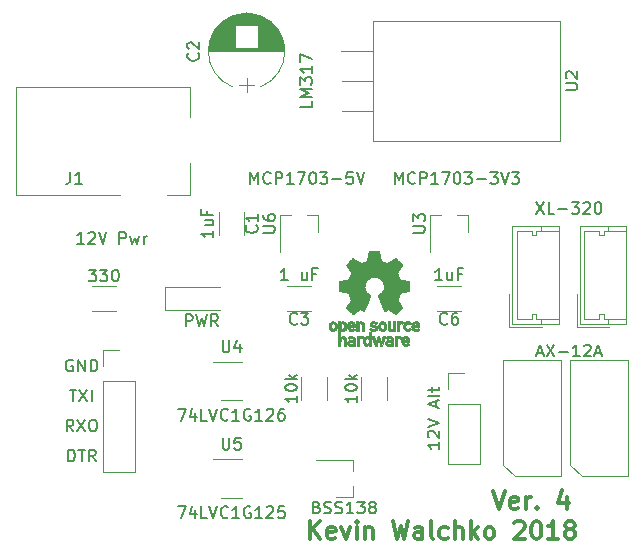
<source format=gbr>
G04 #@! TF.FileFunction,Legend,Top*
%FSLAX46Y46*%
G04 Gerber Fmt 4.6, Leading zero omitted, Abs format (unit mm)*
G04 Created by KiCad (PCBNEW 4.0.7) date Sunday, June 10, 2018 'PMt' 01:36:30 PM*
%MOMM*%
%LPD*%
G01*
G04 APERTURE LIST*
%ADD10C,0.100000*%
%ADD11C,0.300000*%
%ADD12C,0.150000*%
%ADD13C,0.120000*%
%ADD14C,0.010000*%
G04 APERTURE END LIST*
D10*
D11*
X87555001Y-55058571D02*
X88055001Y-56558571D01*
X88555001Y-55058571D01*
X89626429Y-56487143D02*
X89483572Y-56558571D01*
X89197858Y-56558571D01*
X89055001Y-56487143D01*
X88983572Y-56344286D01*
X88983572Y-55772857D01*
X89055001Y-55630000D01*
X89197858Y-55558571D01*
X89483572Y-55558571D01*
X89626429Y-55630000D01*
X89697858Y-55772857D01*
X89697858Y-55915714D01*
X88983572Y-56058571D01*
X90340715Y-56558571D02*
X90340715Y-55558571D01*
X90340715Y-55844286D02*
X90412143Y-55701429D01*
X90483572Y-55630000D01*
X90626429Y-55558571D01*
X90769286Y-55558571D01*
X91269286Y-56415714D02*
X91340714Y-56487143D01*
X91269286Y-56558571D01*
X91197857Y-56487143D01*
X91269286Y-56415714D01*
X91269286Y-56558571D01*
X93769286Y-55558571D02*
X93769286Y-56558571D01*
X93412143Y-54987143D02*
X93055000Y-56058571D01*
X93983572Y-56058571D01*
D12*
X51943096Y-43950000D02*
X51847858Y-43902381D01*
X51705001Y-43902381D01*
X51562143Y-43950000D01*
X51466905Y-44045238D01*
X51419286Y-44140476D01*
X51371667Y-44330952D01*
X51371667Y-44473810D01*
X51419286Y-44664286D01*
X51466905Y-44759524D01*
X51562143Y-44854762D01*
X51705001Y-44902381D01*
X51800239Y-44902381D01*
X51943096Y-44854762D01*
X51990715Y-44807143D01*
X51990715Y-44473810D01*
X51800239Y-44473810D01*
X52419286Y-44902381D02*
X52419286Y-43902381D01*
X52990715Y-44902381D01*
X52990715Y-43902381D01*
X53466905Y-44902381D02*
X53466905Y-43902381D01*
X53705000Y-43902381D01*
X53847858Y-43950000D01*
X53943096Y-44045238D01*
X53990715Y-44140476D01*
X54038334Y-44330952D01*
X54038334Y-44473810D01*
X53990715Y-44664286D01*
X53943096Y-44759524D01*
X53847858Y-44854762D01*
X53705000Y-44902381D01*
X53466905Y-44902381D01*
X51562143Y-52522381D02*
X51562143Y-51522381D01*
X51800238Y-51522381D01*
X51943096Y-51570000D01*
X52038334Y-51665238D01*
X52085953Y-51760476D01*
X52133572Y-51950952D01*
X52133572Y-52093810D01*
X52085953Y-52284286D01*
X52038334Y-52379524D01*
X51943096Y-52474762D01*
X51800238Y-52522381D01*
X51562143Y-52522381D01*
X52419286Y-51522381D02*
X52990715Y-51522381D01*
X52705000Y-52522381D02*
X52705000Y-51522381D01*
X53895477Y-52522381D02*
X53562143Y-52046190D01*
X53324048Y-52522381D02*
X53324048Y-51522381D01*
X53705001Y-51522381D01*
X53800239Y-51570000D01*
X53847858Y-51617619D01*
X53895477Y-51712857D01*
X53895477Y-51855714D01*
X53847858Y-51950952D01*
X53800239Y-51998571D01*
X53705001Y-52046190D01*
X53324048Y-52046190D01*
X52014524Y-49982381D02*
X51681190Y-49506190D01*
X51443095Y-49982381D02*
X51443095Y-48982381D01*
X51824048Y-48982381D01*
X51919286Y-49030000D01*
X51966905Y-49077619D01*
X52014524Y-49172857D01*
X52014524Y-49315714D01*
X51966905Y-49410952D01*
X51919286Y-49458571D01*
X51824048Y-49506190D01*
X51443095Y-49506190D01*
X52347857Y-48982381D02*
X53014524Y-49982381D01*
X53014524Y-48982381D02*
X52347857Y-49982381D01*
X53585952Y-48982381D02*
X53776429Y-48982381D01*
X53871667Y-49030000D01*
X53966905Y-49125238D01*
X54014524Y-49315714D01*
X54014524Y-49649048D01*
X53966905Y-49839524D01*
X53871667Y-49934762D01*
X53776429Y-49982381D01*
X53585952Y-49982381D01*
X53490714Y-49934762D01*
X53395476Y-49839524D01*
X53347857Y-49649048D01*
X53347857Y-49315714D01*
X53395476Y-49125238D01*
X53490714Y-49030000D01*
X53585952Y-48982381D01*
X51705000Y-46442381D02*
X52276429Y-46442381D01*
X51990714Y-47442381D02*
X51990714Y-46442381D01*
X52514524Y-46442381D02*
X53181191Y-47442381D01*
X53181191Y-46442381D02*
X52514524Y-47442381D01*
X53562143Y-47442381D02*
X53562143Y-46442381D01*
D11*
X72070001Y-59098571D02*
X72070001Y-57598571D01*
X72927144Y-59098571D02*
X72284287Y-58241429D01*
X72927144Y-57598571D02*
X72070001Y-58455714D01*
X74141429Y-59027143D02*
X73998572Y-59098571D01*
X73712858Y-59098571D01*
X73570001Y-59027143D01*
X73498572Y-58884286D01*
X73498572Y-58312857D01*
X73570001Y-58170000D01*
X73712858Y-58098571D01*
X73998572Y-58098571D01*
X74141429Y-58170000D01*
X74212858Y-58312857D01*
X74212858Y-58455714D01*
X73498572Y-58598571D01*
X74712858Y-58098571D02*
X75070001Y-59098571D01*
X75427143Y-58098571D01*
X75998572Y-59098571D02*
X75998572Y-58098571D01*
X75998572Y-57598571D02*
X75927143Y-57670000D01*
X75998572Y-57741429D01*
X76070000Y-57670000D01*
X75998572Y-57598571D01*
X75998572Y-57741429D01*
X76712858Y-58098571D02*
X76712858Y-59098571D01*
X76712858Y-58241429D02*
X76784286Y-58170000D01*
X76927144Y-58098571D01*
X77141429Y-58098571D01*
X77284286Y-58170000D01*
X77355715Y-58312857D01*
X77355715Y-59098571D01*
X79070001Y-57598571D02*
X79427144Y-59098571D01*
X79712858Y-58027143D01*
X79998572Y-59098571D01*
X80355715Y-57598571D01*
X81570001Y-59098571D02*
X81570001Y-58312857D01*
X81498572Y-58170000D01*
X81355715Y-58098571D01*
X81070001Y-58098571D01*
X80927144Y-58170000D01*
X81570001Y-59027143D02*
X81427144Y-59098571D01*
X81070001Y-59098571D01*
X80927144Y-59027143D01*
X80855715Y-58884286D01*
X80855715Y-58741429D01*
X80927144Y-58598571D01*
X81070001Y-58527143D01*
X81427144Y-58527143D01*
X81570001Y-58455714D01*
X82498573Y-59098571D02*
X82355715Y-59027143D01*
X82284287Y-58884286D01*
X82284287Y-57598571D01*
X83712858Y-59027143D02*
X83570001Y-59098571D01*
X83284287Y-59098571D01*
X83141429Y-59027143D01*
X83070001Y-58955714D01*
X82998572Y-58812857D01*
X82998572Y-58384286D01*
X83070001Y-58241429D01*
X83141429Y-58170000D01*
X83284287Y-58098571D01*
X83570001Y-58098571D01*
X83712858Y-58170000D01*
X84355715Y-59098571D02*
X84355715Y-57598571D01*
X84998572Y-59098571D02*
X84998572Y-58312857D01*
X84927143Y-58170000D01*
X84784286Y-58098571D01*
X84570001Y-58098571D01*
X84427143Y-58170000D01*
X84355715Y-58241429D01*
X85712858Y-59098571D02*
X85712858Y-57598571D01*
X85855715Y-58527143D02*
X86284286Y-59098571D01*
X86284286Y-58098571D02*
X85712858Y-58670000D01*
X87141430Y-59098571D02*
X86998572Y-59027143D01*
X86927144Y-58955714D01*
X86855715Y-58812857D01*
X86855715Y-58384286D01*
X86927144Y-58241429D01*
X86998572Y-58170000D01*
X87141430Y-58098571D01*
X87355715Y-58098571D01*
X87498572Y-58170000D01*
X87570001Y-58241429D01*
X87641430Y-58384286D01*
X87641430Y-58812857D01*
X87570001Y-58955714D01*
X87498572Y-59027143D01*
X87355715Y-59098571D01*
X87141430Y-59098571D01*
X89355715Y-57741429D02*
X89427144Y-57670000D01*
X89570001Y-57598571D01*
X89927144Y-57598571D01*
X90070001Y-57670000D01*
X90141430Y-57741429D01*
X90212858Y-57884286D01*
X90212858Y-58027143D01*
X90141430Y-58241429D01*
X89284287Y-59098571D01*
X90212858Y-59098571D01*
X91141429Y-57598571D02*
X91284286Y-57598571D01*
X91427143Y-57670000D01*
X91498572Y-57741429D01*
X91570001Y-57884286D01*
X91641429Y-58170000D01*
X91641429Y-58527143D01*
X91570001Y-58812857D01*
X91498572Y-58955714D01*
X91427143Y-59027143D01*
X91284286Y-59098571D01*
X91141429Y-59098571D01*
X90998572Y-59027143D01*
X90927143Y-58955714D01*
X90855715Y-58812857D01*
X90784286Y-58527143D01*
X90784286Y-58170000D01*
X90855715Y-57884286D01*
X90927143Y-57741429D01*
X90998572Y-57670000D01*
X91141429Y-57598571D01*
X93070000Y-59098571D02*
X92212857Y-59098571D01*
X92641429Y-59098571D02*
X92641429Y-57598571D01*
X92498572Y-57812857D01*
X92355714Y-57955714D01*
X92212857Y-58027143D01*
X93927143Y-58241429D02*
X93784285Y-58170000D01*
X93712857Y-58098571D01*
X93641428Y-57955714D01*
X93641428Y-57884286D01*
X93712857Y-57741429D01*
X93784285Y-57670000D01*
X93927143Y-57598571D01*
X94212857Y-57598571D01*
X94355714Y-57670000D01*
X94427143Y-57741429D01*
X94498571Y-57884286D01*
X94498571Y-57955714D01*
X94427143Y-58098571D01*
X94355714Y-58170000D01*
X94212857Y-58241429D01*
X93927143Y-58241429D01*
X93784285Y-58312857D01*
X93712857Y-58384286D01*
X93641428Y-58527143D01*
X93641428Y-58812857D01*
X93712857Y-58955714D01*
X93784285Y-59027143D01*
X93927143Y-59098571D01*
X94212857Y-59098571D01*
X94355714Y-59027143D01*
X94427143Y-58955714D01*
X94498571Y-58812857D01*
X94498571Y-58527143D01*
X94427143Y-58384286D01*
X94355714Y-58312857D01*
X94212857Y-58241429D01*
D13*
X66425000Y-33385000D02*
X66425000Y-31385000D01*
X64385000Y-31385000D02*
X64385000Y-33385000D01*
X65495864Y-14782180D02*
G75*
G03X65495000Y-20817482I1179136J-3017820D01*
G01*
X67854136Y-14782180D02*
G75*
G02X67855000Y-20817482I-1179136J-3017820D01*
G01*
X67854136Y-14782180D02*
G75*
G03X65495000Y-14782518I-1179136J-3017820D01*
G01*
X63475000Y-17800000D02*
X69875000Y-17800000D01*
X63475000Y-17760000D02*
X69875000Y-17760000D01*
X63475000Y-17720000D02*
X69875000Y-17720000D01*
X63477000Y-17680000D02*
X69873000Y-17680000D01*
X63478000Y-17640000D02*
X69872000Y-17640000D01*
X63481000Y-17600000D02*
X69869000Y-17600000D01*
X63483000Y-17560000D02*
X69867000Y-17560000D01*
X63487000Y-17520000D02*
X65695000Y-17520000D01*
X67655000Y-17520000D02*
X69863000Y-17520000D01*
X63490000Y-17480000D02*
X65695000Y-17480000D01*
X67655000Y-17480000D02*
X69860000Y-17480000D01*
X63495000Y-17440000D02*
X65695000Y-17440000D01*
X67655000Y-17440000D02*
X69855000Y-17440000D01*
X63499000Y-17400000D02*
X65695000Y-17400000D01*
X67655000Y-17400000D02*
X69851000Y-17400000D01*
X63505000Y-17360000D02*
X65695000Y-17360000D01*
X67655000Y-17360000D02*
X69845000Y-17360000D01*
X63510000Y-17320000D02*
X65695000Y-17320000D01*
X67655000Y-17320000D02*
X69840000Y-17320000D01*
X63517000Y-17280000D02*
X65695000Y-17280000D01*
X67655000Y-17280000D02*
X69833000Y-17280000D01*
X63523000Y-17240000D02*
X65695000Y-17240000D01*
X67655000Y-17240000D02*
X69827000Y-17240000D01*
X63531000Y-17200000D02*
X65695000Y-17200000D01*
X67655000Y-17200000D02*
X69819000Y-17200000D01*
X63538000Y-17160000D02*
X65695000Y-17160000D01*
X67655000Y-17160000D02*
X69812000Y-17160000D01*
X63547000Y-17120000D02*
X65695000Y-17120000D01*
X67655000Y-17120000D02*
X69803000Y-17120000D01*
X63556000Y-17079000D02*
X65695000Y-17079000D01*
X67655000Y-17079000D02*
X69794000Y-17079000D01*
X63565000Y-17039000D02*
X65695000Y-17039000D01*
X67655000Y-17039000D02*
X69785000Y-17039000D01*
X63575000Y-16999000D02*
X65695000Y-16999000D01*
X67655000Y-16999000D02*
X69775000Y-16999000D01*
X63585000Y-16959000D02*
X65695000Y-16959000D01*
X67655000Y-16959000D02*
X69765000Y-16959000D01*
X63596000Y-16919000D02*
X65695000Y-16919000D01*
X67655000Y-16919000D02*
X69754000Y-16919000D01*
X63608000Y-16879000D02*
X65695000Y-16879000D01*
X67655000Y-16879000D02*
X69742000Y-16879000D01*
X63620000Y-16839000D02*
X65695000Y-16839000D01*
X67655000Y-16839000D02*
X69730000Y-16839000D01*
X63633000Y-16799000D02*
X65695000Y-16799000D01*
X67655000Y-16799000D02*
X69717000Y-16799000D01*
X63646000Y-16759000D02*
X65695000Y-16759000D01*
X67655000Y-16759000D02*
X69704000Y-16759000D01*
X63660000Y-16719000D02*
X65695000Y-16719000D01*
X67655000Y-16719000D02*
X69690000Y-16719000D01*
X63674000Y-16679000D02*
X65695000Y-16679000D01*
X67655000Y-16679000D02*
X69676000Y-16679000D01*
X63689000Y-16639000D02*
X65695000Y-16639000D01*
X67655000Y-16639000D02*
X69661000Y-16639000D01*
X63705000Y-16599000D02*
X65695000Y-16599000D01*
X67655000Y-16599000D02*
X69645000Y-16599000D01*
X63721000Y-16559000D02*
X65695000Y-16559000D01*
X67655000Y-16559000D02*
X69629000Y-16559000D01*
X63738000Y-16519000D02*
X65695000Y-16519000D01*
X67655000Y-16519000D02*
X69612000Y-16519000D01*
X63756000Y-16479000D02*
X65695000Y-16479000D01*
X67655000Y-16479000D02*
X69594000Y-16479000D01*
X63774000Y-16439000D02*
X65695000Y-16439000D01*
X67655000Y-16439000D02*
X69576000Y-16439000D01*
X63793000Y-16399000D02*
X65695000Y-16399000D01*
X67655000Y-16399000D02*
X69557000Y-16399000D01*
X63812000Y-16359000D02*
X65695000Y-16359000D01*
X67655000Y-16359000D02*
X69538000Y-16359000D01*
X63832000Y-16319000D02*
X65695000Y-16319000D01*
X67655000Y-16319000D02*
X69518000Y-16319000D01*
X63853000Y-16279000D02*
X65695000Y-16279000D01*
X67655000Y-16279000D02*
X69497000Y-16279000D01*
X63875000Y-16239000D02*
X65695000Y-16239000D01*
X67655000Y-16239000D02*
X69475000Y-16239000D01*
X63897000Y-16199000D02*
X65695000Y-16199000D01*
X67655000Y-16199000D02*
X69453000Y-16199000D01*
X63920000Y-16159000D02*
X65695000Y-16159000D01*
X67655000Y-16159000D02*
X69430000Y-16159000D01*
X63944000Y-16119000D02*
X65695000Y-16119000D01*
X67655000Y-16119000D02*
X69406000Y-16119000D01*
X63969000Y-16079000D02*
X65695000Y-16079000D01*
X67655000Y-16079000D02*
X69381000Y-16079000D01*
X63994000Y-16039000D02*
X65695000Y-16039000D01*
X67655000Y-16039000D02*
X69356000Y-16039000D01*
X64021000Y-15999000D02*
X65695000Y-15999000D01*
X67655000Y-15999000D02*
X69329000Y-15999000D01*
X64048000Y-15959000D02*
X65695000Y-15959000D01*
X67655000Y-15959000D02*
X69302000Y-15959000D01*
X64076000Y-15919000D02*
X65695000Y-15919000D01*
X67655000Y-15919000D02*
X69274000Y-15919000D01*
X64105000Y-15879000D02*
X65695000Y-15879000D01*
X67655000Y-15879000D02*
X69245000Y-15879000D01*
X64135000Y-15839000D02*
X65695000Y-15839000D01*
X67655000Y-15839000D02*
X69215000Y-15839000D01*
X64165000Y-15799000D02*
X65695000Y-15799000D01*
X67655000Y-15799000D02*
X69185000Y-15799000D01*
X64197000Y-15759000D02*
X65695000Y-15759000D01*
X67655000Y-15759000D02*
X69153000Y-15759000D01*
X64230000Y-15719000D02*
X65695000Y-15719000D01*
X67655000Y-15719000D02*
X69120000Y-15719000D01*
X64264000Y-15679000D02*
X65695000Y-15679000D01*
X67655000Y-15679000D02*
X69086000Y-15679000D01*
X64300000Y-15639000D02*
X65695000Y-15639000D01*
X67655000Y-15639000D02*
X69050000Y-15639000D01*
X64336000Y-15599000D02*
X65695000Y-15599000D01*
X67655000Y-15599000D02*
X69014000Y-15599000D01*
X64374000Y-15559000D02*
X68976000Y-15559000D01*
X64413000Y-15519000D02*
X68937000Y-15519000D01*
X64453000Y-15479000D02*
X68897000Y-15479000D01*
X64495000Y-15439000D02*
X68855000Y-15439000D01*
X64538000Y-15399000D02*
X68812000Y-15399000D01*
X64583000Y-15359000D02*
X68767000Y-15359000D01*
X64630000Y-15319000D02*
X68720000Y-15319000D01*
X64678000Y-15279000D02*
X68672000Y-15279000D01*
X64729000Y-15239000D02*
X68621000Y-15239000D01*
X64781000Y-15199000D02*
X68569000Y-15199000D01*
X64836000Y-15159000D02*
X68514000Y-15159000D01*
X64894000Y-15119000D02*
X68456000Y-15119000D01*
X64954000Y-15079000D02*
X68396000Y-15079000D01*
X65017000Y-15039000D02*
X68333000Y-15039000D01*
X65084000Y-14999000D02*
X68266000Y-14999000D01*
X65155000Y-14959000D02*
X68195000Y-14959000D01*
X65230000Y-14919000D02*
X68120000Y-14919000D01*
X65311000Y-14879000D02*
X68039000Y-14879000D01*
X65397000Y-14839000D02*
X67953000Y-14839000D01*
X65491000Y-14799000D02*
X67859000Y-14799000D01*
X65594000Y-14759000D02*
X67756000Y-14759000D01*
X65709000Y-14719000D02*
X67641000Y-14719000D01*
X65841000Y-14679000D02*
X67509000Y-14679000D01*
X65999000Y-14639000D02*
X67351000Y-14639000D01*
X66207000Y-14599000D02*
X67143000Y-14599000D01*
X66675000Y-21250000D02*
X66675000Y-20050000D01*
X66025000Y-20650000D02*
X67325000Y-20650000D01*
X70120000Y-39755000D02*
X72120000Y-39755000D01*
X72120000Y-37715000D02*
X70120000Y-37715000D01*
X59765000Y-37785000D02*
X59765000Y-39685000D01*
X59765000Y-39685000D02*
X64465000Y-39685000D01*
X59765000Y-37785000D02*
X64465000Y-37785000D01*
X55960000Y-30000000D02*
X47160000Y-30000000D01*
X47160000Y-30000000D02*
X47160000Y-20800000D01*
X61860000Y-27300000D02*
X61860000Y-30000000D01*
X61860000Y-30000000D02*
X59960000Y-30000000D01*
X47160000Y-20800000D02*
X61860000Y-20800000D01*
X61860000Y-20800000D02*
X61860000Y-23400000D01*
X53610000Y-37665000D02*
X55610000Y-37665000D01*
X55610000Y-39805000D02*
X53610000Y-39805000D01*
X76400000Y-47355000D02*
X76400000Y-45355000D01*
X78540000Y-45355000D02*
X78540000Y-47355000D01*
X71320000Y-47355000D02*
X71320000Y-45355000D01*
X73460000Y-45355000D02*
X73460000Y-47355000D01*
X77350000Y-15200000D02*
X77350000Y-25440000D01*
X93240000Y-15200000D02*
X93240000Y-25440000D01*
X93240000Y-15200000D02*
X77350000Y-15200000D01*
X93240000Y-25440000D02*
X77350000Y-25440000D01*
X77350000Y-17780000D02*
X74710000Y-17780000D01*
X77350000Y-20320000D02*
X74726000Y-20320000D01*
X77350000Y-22860000D02*
X74726000Y-22860000D01*
X94870000Y-40885000D02*
X98820000Y-40885000D01*
X98820000Y-40885000D02*
X98820000Y-32585000D01*
X98820000Y-32585000D02*
X94870000Y-32585000D01*
X94870000Y-32585000D02*
X94870000Y-40885000D01*
X94620000Y-38385000D02*
X94620000Y-41135000D01*
X94620000Y-41135000D02*
X97370000Y-41135000D01*
X97320000Y-40885000D02*
X97320000Y-40485000D01*
X97320000Y-32585000D02*
X97320000Y-32985000D01*
X95270000Y-36735000D02*
X95270000Y-40485000D01*
X95270000Y-40485000D02*
X96520000Y-40485000D01*
X96520000Y-40485000D02*
X96520000Y-40085000D01*
X96520000Y-40085000D02*
X96920000Y-40085000D01*
X96920000Y-40085000D02*
X96920000Y-40485000D01*
X96920000Y-40485000D02*
X98820000Y-40485000D01*
X95270000Y-36735000D02*
X95270000Y-32985000D01*
X95270000Y-32985000D02*
X96520000Y-32985000D01*
X96520000Y-32985000D02*
X96520000Y-33385000D01*
X96520000Y-33385000D02*
X96920000Y-33385000D01*
X96920000Y-33385000D02*
X96920000Y-32985000D01*
X96920000Y-32985000D02*
X98820000Y-32985000D01*
X94085000Y-52805000D02*
X95085000Y-53805000D01*
X98985000Y-43905000D02*
X94085000Y-43905000D01*
X94085000Y-43905000D02*
X94085000Y-52805000D01*
X95085000Y-53805000D02*
X98985000Y-53805000D01*
X98985000Y-53805000D02*
X98985000Y-43905000D01*
D14*
G36*
X74933360Y-40687468D02*
X74968592Y-40704874D01*
X75012040Y-40735206D01*
X75043706Y-40768283D01*
X75065394Y-40809817D01*
X75078903Y-40865522D01*
X75086038Y-40941111D01*
X75088600Y-41042296D01*
X75088750Y-41085797D01*
X75088312Y-41181135D01*
X75086496Y-41249271D01*
X75082545Y-41296418D01*
X75075702Y-41328790D01*
X75065211Y-41352600D01*
X75054296Y-41368843D01*
X74984619Y-41437952D01*
X74902566Y-41479521D01*
X74814050Y-41492023D01*
X74724981Y-41473934D01*
X74696763Y-41461142D01*
X74629210Y-41425931D01*
X74629210Y-41977700D01*
X74678512Y-41952205D01*
X74743473Y-41932480D01*
X74823320Y-41927427D01*
X74903052Y-41936756D01*
X74963265Y-41957714D01*
X75013208Y-41997627D01*
X75055881Y-42054741D01*
X75059090Y-42060605D01*
X75072622Y-42088227D01*
X75082505Y-42116068D01*
X75089309Y-42149794D01*
X75093601Y-42195071D01*
X75095951Y-42257562D01*
X75096928Y-42342935D01*
X75097105Y-42439010D01*
X75097105Y-42745526D01*
X74913289Y-42745526D01*
X74913289Y-42180339D01*
X74861875Y-42137077D01*
X74808466Y-42102472D01*
X74757888Y-42096180D01*
X74707030Y-42112372D01*
X74679925Y-42128227D01*
X74659751Y-42150810D01*
X74645403Y-42184940D01*
X74635776Y-42235434D01*
X74629763Y-42307111D01*
X74626260Y-42404788D01*
X74625026Y-42469802D01*
X74620855Y-42737171D01*
X74533125Y-42742222D01*
X74445394Y-42747273D01*
X74445394Y-41088101D01*
X74629210Y-41088101D01*
X74633896Y-41180600D01*
X74649688Y-41244809D01*
X74679183Y-41284759D01*
X74724980Y-41304480D01*
X74771250Y-41308421D01*
X74823628Y-41303892D01*
X74858390Y-41286069D01*
X74880128Y-41262519D01*
X74897240Y-41237189D01*
X74907427Y-41208969D01*
X74911960Y-41169431D01*
X74912109Y-41110142D01*
X74910584Y-41060498D01*
X74907081Y-40985710D01*
X74901867Y-40936611D01*
X74893087Y-40905467D01*
X74878886Y-40884545D01*
X74865484Y-40872452D01*
X74809487Y-40846081D01*
X74743211Y-40841822D01*
X74705156Y-40850906D01*
X74667477Y-40883196D01*
X74642519Y-40946006D01*
X74630422Y-41038894D01*
X74629210Y-41088101D01*
X74445394Y-41088101D01*
X74445394Y-40673421D01*
X74537302Y-40673421D01*
X74592483Y-40675603D01*
X74620952Y-40683351D01*
X74629206Y-40698468D01*
X74629210Y-40698916D01*
X74633040Y-40713720D01*
X74649933Y-40712039D01*
X74683519Y-40695772D01*
X74761778Y-40670887D01*
X74849827Y-40668271D01*
X74933360Y-40687468D01*
X74933360Y-40687468D01*
G37*
X74933360Y-40687468D02*
X74968592Y-40704874D01*
X75012040Y-40735206D01*
X75043706Y-40768283D01*
X75065394Y-40809817D01*
X75078903Y-40865522D01*
X75086038Y-40941111D01*
X75088600Y-41042296D01*
X75088750Y-41085797D01*
X75088312Y-41181135D01*
X75086496Y-41249271D01*
X75082545Y-41296418D01*
X75075702Y-41328790D01*
X75065211Y-41352600D01*
X75054296Y-41368843D01*
X74984619Y-41437952D01*
X74902566Y-41479521D01*
X74814050Y-41492023D01*
X74724981Y-41473934D01*
X74696763Y-41461142D01*
X74629210Y-41425931D01*
X74629210Y-41977700D01*
X74678512Y-41952205D01*
X74743473Y-41932480D01*
X74823320Y-41927427D01*
X74903052Y-41936756D01*
X74963265Y-41957714D01*
X75013208Y-41997627D01*
X75055881Y-42054741D01*
X75059090Y-42060605D01*
X75072622Y-42088227D01*
X75082505Y-42116068D01*
X75089309Y-42149794D01*
X75093601Y-42195071D01*
X75095951Y-42257562D01*
X75096928Y-42342935D01*
X75097105Y-42439010D01*
X75097105Y-42745526D01*
X74913289Y-42745526D01*
X74913289Y-42180339D01*
X74861875Y-42137077D01*
X74808466Y-42102472D01*
X74757888Y-42096180D01*
X74707030Y-42112372D01*
X74679925Y-42128227D01*
X74659751Y-42150810D01*
X74645403Y-42184940D01*
X74635776Y-42235434D01*
X74629763Y-42307111D01*
X74626260Y-42404788D01*
X74625026Y-42469802D01*
X74620855Y-42737171D01*
X74533125Y-42742222D01*
X74445394Y-42747273D01*
X74445394Y-41088101D01*
X74629210Y-41088101D01*
X74633896Y-41180600D01*
X74649688Y-41244809D01*
X74679183Y-41284759D01*
X74724980Y-41304480D01*
X74771250Y-41308421D01*
X74823628Y-41303892D01*
X74858390Y-41286069D01*
X74880128Y-41262519D01*
X74897240Y-41237189D01*
X74907427Y-41208969D01*
X74911960Y-41169431D01*
X74912109Y-41110142D01*
X74910584Y-41060498D01*
X74907081Y-40985710D01*
X74901867Y-40936611D01*
X74893087Y-40905467D01*
X74878886Y-40884545D01*
X74865484Y-40872452D01*
X74809487Y-40846081D01*
X74743211Y-40841822D01*
X74705156Y-40850906D01*
X74667477Y-40883196D01*
X74642519Y-40946006D01*
X74630422Y-41038894D01*
X74629210Y-41088101D01*
X74445394Y-41088101D01*
X74445394Y-40673421D01*
X74537302Y-40673421D01*
X74592483Y-40675603D01*
X74620952Y-40683351D01*
X74629206Y-40698468D01*
X74629210Y-40698916D01*
X74633040Y-40713720D01*
X74649933Y-40712039D01*
X74683519Y-40695772D01*
X74761778Y-40670887D01*
X74849827Y-40668271D01*
X74933360Y-40687468D01*
G36*
X75630457Y-41933184D02*
X75709070Y-41954160D01*
X75768916Y-41992180D01*
X75811147Y-42041978D01*
X75824275Y-42063230D01*
X75833968Y-42085492D01*
X75840744Y-42113970D01*
X75845123Y-42153871D01*
X75847624Y-42210401D01*
X75848768Y-42288767D01*
X75849072Y-42394176D01*
X75849078Y-42422142D01*
X75849078Y-42745526D01*
X75768868Y-42745526D01*
X75717706Y-42741943D01*
X75679877Y-42732866D01*
X75670399Y-42727268D01*
X75644488Y-42717606D01*
X75618024Y-42727268D01*
X75574452Y-42739330D01*
X75511160Y-42744185D01*
X75441010Y-42742078D01*
X75376860Y-42733256D01*
X75339407Y-42721937D01*
X75266933Y-42675412D01*
X75221640Y-42610846D01*
X75201278Y-42525000D01*
X75201088Y-42522796D01*
X75202875Y-42484713D01*
X75364473Y-42484713D01*
X75378601Y-42528030D01*
X75401612Y-42552408D01*
X75447804Y-42570845D01*
X75508775Y-42578205D01*
X75570949Y-42574583D01*
X75620751Y-42560074D01*
X75634703Y-42550765D01*
X75659085Y-42507753D01*
X75665263Y-42458857D01*
X75665263Y-42394605D01*
X75572818Y-42394605D01*
X75484995Y-42401366D01*
X75418418Y-42420520D01*
X75377002Y-42450376D01*
X75364473Y-42484713D01*
X75202875Y-42484713D01*
X75205490Y-42429004D01*
X75236424Y-42354847D01*
X75294581Y-42298767D01*
X75302620Y-42293665D01*
X75337163Y-42277055D01*
X75379918Y-42266996D01*
X75439686Y-42262107D01*
X75510690Y-42260983D01*
X75665263Y-42260921D01*
X75665263Y-42196125D01*
X75658706Y-42145850D01*
X75641975Y-42112169D01*
X75640016Y-42110376D01*
X75602783Y-42095642D01*
X75546580Y-42089931D01*
X75484467Y-42092737D01*
X75429510Y-42103556D01*
X75396899Y-42119782D01*
X75379228Y-42132780D01*
X75360569Y-42135262D01*
X75334819Y-42124613D01*
X75295873Y-42098218D01*
X75237630Y-42053465D01*
X75232284Y-42049273D01*
X75235023Y-42033760D01*
X75257876Y-42007960D01*
X75292609Y-41979289D01*
X75330990Y-41955166D01*
X75343048Y-41949470D01*
X75387034Y-41938103D01*
X75451487Y-41929995D01*
X75523497Y-41926743D01*
X75526864Y-41926736D01*
X75630457Y-41933184D01*
X75630457Y-41933184D01*
G37*
X75630457Y-41933184D02*
X75709070Y-41954160D01*
X75768916Y-41992180D01*
X75811147Y-42041978D01*
X75824275Y-42063230D01*
X75833968Y-42085492D01*
X75840744Y-42113970D01*
X75845123Y-42153871D01*
X75847624Y-42210401D01*
X75848768Y-42288767D01*
X75849072Y-42394176D01*
X75849078Y-42422142D01*
X75849078Y-42745526D01*
X75768868Y-42745526D01*
X75717706Y-42741943D01*
X75679877Y-42732866D01*
X75670399Y-42727268D01*
X75644488Y-42717606D01*
X75618024Y-42727268D01*
X75574452Y-42739330D01*
X75511160Y-42744185D01*
X75441010Y-42742078D01*
X75376860Y-42733256D01*
X75339407Y-42721937D01*
X75266933Y-42675412D01*
X75221640Y-42610846D01*
X75201278Y-42525000D01*
X75201088Y-42522796D01*
X75202875Y-42484713D01*
X75364473Y-42484713D01*
X75378601Y-42528030D01*
X75401612Y-42552408D01*
X75447804Y-42570845D01*
X75508775Y-42578205D01*
X75570949Y-42574583D01*
X75620751Y-42560074D01*
X75634703Y-42550765D01*
X75659085Y-42507753D01*
X75665263Y-42458857D01*
X75665263Y-42394605D01*
X75572818Y-42394605D01*
X75484995Y-42401366D01*
X75418418Y-42420520D01*
X75377002Y-42450376D01*
X75364473Y-42484713D01*
X75202875Y-42484713D01*
X75205490Y-42429004D01*
X75236424Y-42354847D01*
X75294581Y-42298767D01*
X75302620Y-42293665D01*
X75337163Y-42277055D01*
X75379918Y-42266996D01*
X75439686Y-42262107D01*
X75510690Y-42260983D01*
X75665263Y-42260921D01*
X75665263Y-42196125D01*
X75658706Y-42145850D01*
X75641975Y-42112169D01*
X75640016Y-42110376D01*
X75602783Y-42095642D01*
X75546580Y-42089931D01*
X75484467Y-42092737D01*
X75429510Y-42103556D01*
X75396899Y-42119782D01*
X75379228Y-42132780D01*
X75360569Y-42135262D01*
X75334819Y-42124613D01*
X75295873Y-42098218D01*
X75237630Y-42053465D01*
X75232284Y-42049273D01*
X75235023Y-42033760D01*
X75257876Y-42007960D01*
X75292609Y-41979289D01*
X75330990Y-41955166D01*
X75343048Y-41949470D01*
X75387034Y-41938103D01*
X75451487Y-41929995D01*
X75523497Y-41926743D01*
X75526864Y-41926736D01*
X75630457Y-41933184D01*
G36*
X76149881Y-41928486D02*
X76174888Y-41935982D01*
X76182950Y-41952451D01*
X76183289Y-41959886D01*
X76184736Y-41980594D01*
X76194698Y-41983845D01*
X76221612Y-41969648D01*
X76237598Y-41959948D01*
X76288033Y-41939175D01*
X76348272Y-41928904D01*
X76411434Y-41928114D01*
X76470637Y-41935786D01*
X76519002Y-41950898D01*
X76549646Y-41972432D01*
X76555689Y-41999366D01*
X76552639Y-42006660D01*
X76530406Y-42036937D01*
X76495930Y-42074175D01*
X76489694Y-42080195D01*
X76456833Y-42107875D01*
X76428480Y-42116818D01*
X76388827Y-42110576D01*
X76372942Y-42106429D01*
X76323509Y-42096467D01*
X76288752Y-42100947D01*
X76259400Y-42116746D01*
X76232513Y-42137949D01*
X76212710Y-42164614D01*
X76198948Y-42201827D01*
X76190184Y-42254673D01*
X76185374Y-42328237D01*
X76183474Y-42427605D01*
X76183289Y-42487601D01*
X76183289Y-42745526D01*
X76016184Y-42745526D01*
X76016184Y-41926710D01*
X76099736Y-41926710D01*
X76149881Y-41928486D01*
X76149881Y-41928486D01*
G37*
X76149881Y-41928486D02*
X76174888Y-41935982D01*
X76182950Y-41952451D01*
X76183289Y-41959886D01*
X76184736Y-41980594D01*
X76194698Y-41983845D01*
X76221612Y-41969648D01*
X76237598Y-41959948D01*
X76288033Y-41939175D01*
X76348272Y-41928904D01*
X76411434Y-41928114D01*
X76470637Y-41935786D01*
X76519002Y-41950898D01*
X76549646Y-41972432D01*
X76555689Y-41999366D01*
X76552639Y-42006660D01*
X76530406Y-42036937D01*
X76495930Y-42074175D01*
X76489694Y-42080195D01*
X76456833Y-42107875D01*
X76428480Y-42116818D01*
X76388827Y-42110576D01*
X76372942Y-42106429D01*
X76323509Y-42096467D01*
X76288752Y-42100947D01*
X76259400Y-42116746D01*
X76232513Y-42137949D01*
X76212710Y-42164614D01*
X76198948Y-42201827D01*
X76190184Y-42254673D01*
X76185374Y-42328237D01*
X76183474Y-42427605D01*
X76183289Y-42487601D01*
X76183289Y-42745526D01*
X76016184Y-42745526D01*
X76016184Y-41926710D01*
X76099736Y-41926710D01*
X76149881Y-41928486D01*
G36*
X77202631Y-42745526D02*
X77110723Y-42745526D01*
X77057377Y-42743962D01*
X77029593Y-42737485D01*
X77019590Y-42723418D01*
X77018815Y-42713906D01*
X77017128Y-42694832D01*
X77006490Y-42691174D01*
X76978535Y-42702932D01*
X76956795Y-42713906D01*
X76873332Y-42739911D01*
X76782604Y-42741416D01*
X76708842Y-42722021D01*
X76640154Y-42675165D01*
X76587794Y-42606004D01*
X76559122Y-42524427D01*
X76558392Y-42519866D01*
X76554132Y-42470101D01*
X76552014Y-42398659D01*
X76552184Y-42344626D01*
X76734720Y-42344626D01*
X76738949Y-42416441D01*
X76748568Y-42475634D01*
X76761590Y-42509060D01*
X76810856Y-42554740D01*
X76869350Y-42571115D01*
X76929671Y-42557873D01*
X76981217Y-42518373D01*
X77000738Y-42491807D01*
X77012152Y-42460106D01*
X77017498Y-42413832D01*
X77018815Y-42344328D01*
X77016458Y-42275499D01*
X77010233Y-42215026D01*
X77001408Y-42174556D01*
X76999937Y-42170929D01*
X76964347Y-42127802D01*
X76912400Y-42104124D01*
X76854278Y-42100301D01*
X76800160Y-42116738D01*
X76760226Y-42153840D01*
X76756083Y-42161222D01*
X76743116Y-42206239D01*
X76736052Y-42270967D01*
X76734720Y-42344626D01*
X76552184Y-42344626D01*
X76552271Y-42317230D01*
X76553472Y-42273405D01*
X76561645Y-42164988D01*
X76578630Y-42083588D01*
X76606887Y-42023412D01*
X76648872Y-41978666D01*
X76689632Y-41952400D01*
X76746581Y-41933935D01*
X76817411Y-41927602D01*
X76889941Y-41932760D01*
X76951986Y-41948769D01*
X76984768Y-41967920D01*
X77018815Y-41998732D01*
X77018815Y-41609210D01*
X77202631Y-41609210D01*
X77202631Y-42745526D01*
X77202631Y-42745526D01*
G37*
X77202631Y-42745526D02*
X77110723Y-42745526D01*
X77057377Y-42743962D01*
X77029593Y-42737485D01*
X77019590Y-42723418D01*
X77018815Y-42713906D01*
X77017128Y-42694832D01*
X77006490Y-42691174D01*
X76978535Y-42702932D01*
X76956795Y-42713906D01*
X76873332Y-42739911D01*
X76782604Y-42741416D01*
X76708842Y-42722021D01*
X76640154Y-42675165D01*
X76587794Y-42606004D01*
X76559122Y-42524427D01*
X76558392Y-42519866D01*
X76554132Y-42470101D01*
X76552014Y-42398659D01*
X76552184Y-42344626D01*
X76734720Y-42344626D01*
X76738949Y-42416441D01*
X76748568Y-42475634D01*
X76761590Y-42509060D01*
X76810856Y-42554740D01*
X76869350Y-42571115D01*
X76929671Y-42557873D01*
X76981217Y-42518373D01*
X77000738Y-42491807D01*
X77012152Y-42460106D01*
X77017498Y-42413832D01*
X77018815Y-42344328D01*
X77016458Y-42275499D01*
X77010233Y-42215026D01*
X77001408Y-42174556D01*
X76999937Y-42170929D01*
X76964347Y-42127802D01*
X76912400Y-42104124D01*
X76854278Y-42100301D01*
X76800160Y-42116738D01*
X76760226Y-42153840D01*
X76756083Y-42161222D01*
X76743116Y-42206239D01*
X76736052Y-42270967D01*
X76734720Y-42344626D01*
X76552184Y-42344626D01*
X76552271Y-42317230D01*
X76553472Y-42273405D01*
X76561645Y-42164988D01*
X76578630Y-42083588D01*
X76606887Y-42023412D01*
X76648872Y-41978666D01*
X76689632Y-41952400D01*
X76746581Y-41933935D01*
X76817411Y-41927602D01*
X76889941Y-41932760D01*
X76951986Y-41948769D01*
X76984768Y-41967920D01*
X77018815Y-41998732D01*
X77018815Y-41609210D01*
X77202631Y-41609210D01*
X77202631Y-42745526D01*
G36*
X77844130Y-41930104D02*
X77910220Y-41935066D01*
X77996626Y-42194079D01*
X78083031Y-42453092D01*
X78110124Y-42361184D01*
X78126428Y-42304384D01*
X78147875Y-42227625D01*
X78171035Y-42143251D01*
X78183280Y-42097993D01*
X78229344Y-41926710D01*
X78419387Y-41926710D01*
X78362582Y-42106349D01*
X78334607Y-42194704D01*
X78300813Y-42301281D01*
X78265520Y-42412454D01*
X78234013Y-42511579D01*
X78162250Y-42737171D01*
X78007286Y-42747253D01*
X77965270Y-42608528D01*
X77939359Y-42522351D01*
X77911083Y-42427347D01*
X77886369Y-42343441D01*
X77885394Y-42340102D01*
X77866935Y-42283248D01*
X77850649Y-42244456D01*
X77839242Y-42229787D01*
X77836898Y-42231483D01*
X77828671Y-42254225D01*
X77813038Y-42302940D01*
X77791904Y-42371502D01*
X77767170Y-42453785D01*
X77753787Y-42499046D01*
X77681311Y-42745526D01*
X77527495Y-42745526D01*
X77404531Y-42357006D01*
X77369988Y-42248022D01*
X77338521Y-42149048D01*
X77311616Y-42064736D01*
X77290759Y-41999734D01*
X77277438Y-41958692D01*
X77273388Y-41946701D01*
X77276594Y-41934423D01*
X77301765Y-41929046D01*
X77354146Y-41929584D01*
X77362345Y-41929990D01*
X77459482Y-41935066D01*
X77523100Y-42169013D01*
X77546484Y-42254333D01*
X77567381Y-42329335D01*
X77583951Y-42387507D01*
X77594354Y-42422337D01*
X77596276Y-42428016D01*
X77604241Y-42421486D01*
X77620304Y-42387654D01*
X77642621Y-42331127D01*
X77669345Y-42256510D01*
X77691937Y-42189107D01*
X77778041Y-41925143D01*
X77844130Y-41930104D01*
X77844130Y-41930104D01*
G37*
X77844130Y-41930104D02*
X77910220Y-41935066D01*
X77996626Y-42194079D01*
X78083031Y-42453092D01*
X78110124Y-42361184D01*
X78126428Y-42304384D01*
X78147875Y-42227625D01*
X78171035Y-42143251D01*
X78183280Y-42097993D01*
X78229344Y-41926710D01*
X78419387Y-41926710D01*
X78362582Y-42106349D01*
X78334607Y-42194704D01*
X78300813Y-42301281D01*
X78265520Y-42412454D01*
X78234013Y-42511579D01*
X78162250Y-42737171D01*
X78007286Y-42747253D01*
X77965270Y-42608528D01*
X77939359Y-42522351D01*
X77911083Y-42427347D01*
X77886369Y-42343441D01*
X77885394Y-42340102D01*
X77866935Y-42283248D01*
X77850649Y-42244456D01*
X77839242Y-42229787D01*
X77836898Y-42231483D01*
X77828671Y-42254225D01*
X77813038Y-42302940D01*
X77791904Y-42371502D01*
X77767170Y-42453785D01*
X77753787Y-42499046D01*
X77681311Y-42745526D01*
X77527495Y-42745526D01*
X77404531Y-42357006D01*
X77369988Y-42248022D01*
X77338521Y-42149048D01*
X77311616Y-42064736D01*
X77290759Y-41999734D01*
X77277438Y-41958692D01*
X77273388Y-41946701D01*
X77276594Y-41934423D01*
X77301765Y-41929046D01*
X77354146Y-41929584D01*
X77362345Y-41929990D01*
X77459482Y-41935066D01*
X77523100Y-42169013D01*
X77546484Y-42254333D01*
X77567381Y-42329335D01*
X77583951Y-42387507D01*
X77594354Y-42422337D01*
X77596276Y-42428016D01*
X77604241Y-42421486D01*
X77620304Y-42387654D01*
X77642621Y-42331127D01*
X77669345Y-42256510D01*
X77691937Y-42189107D01*
X77778041Y-41925143D01*
X77844130Y-41930104D01*
G36*
X78849992Y-41931673D02*
X78920427Y-41948780D01*
X78940787Y-41957844D01*
X78980253Y-41981583D01*
X79010541Y-42008321D01*
X79032952Y-42042699D01*
X79048786Y-42089360D01*
X79059343Y-42152946D01*
X79065924Y-42238099D01*
X79069828Y-42349462D01*
X79071310Y-42423849D01*
X79076765Y-42745526D01*
X78983580Y-42745526D01*
X78927047Y-42743156D01*
X78897922Y-42735055D01*
X78890394Y-42721451D01*
X78886420Y-42706741D01*
X78868652Y-42709554D01*
X78844440Y-42721348D01*
X78783828Y-42739427D01*
X78705929Y-42744299D01*
X78623995Y-42736330D01*
X78551281Y-42715889D01*
X78544759Y-42713051D01*
X78478302Y-42666365D01*
X78434491Y-42601464D01*
X78414332Y-42525600D01*
X78415872Y-42498344D01*
X78580345Y-42498344D01*
X78594837Y-42535024D01*
X78637805Y-42561309D01*
X78707129Y-42575417D01*
X78744177Y-42577290D01*
X78805919Y-42572494D01*
X78846960Y-42553858D01*
X78856973Y-42545000D01*
X78884100Y-42496806D01*
X78890394Y-42453092D01*
X78890394Y-42394605D01*
X78808930Y-42394605D01*
X78714234Y-42399432D01*
X78647813Y-42414613D01*
X78605846Y-42441200D01*
X78596449Y-42453052D01*
X78580345Y-42498344D01*
X78415872Y-42498344D01*
X78418829Y-42446026D01*
X78448985Y-42369995D01*
X78490131Y-42318612D01*
X78515052Y-42296397D01*
X78539448Y-42281798D01*
X78571191Y-42272897D01*
X78618152Y-42267775D01*
X78688204Y-42264515D01*
X78715990Y-42263577D01*
X78890394Y-42257879D01*
X78890138Y-42205091D01*
X78883384Y-42149603D01*
X78858964Y-42116052D01*
X78809630Y-42094618D01*
X78808306Y-42094236D01*
X78738360Y-42085808D01*
X78669914Y-42096816D01*
X78619047Y-42123585D01*
X78598637Y-42136803D01*
X78576654Y-42134974D01*
X78542826Y-42115824D01*
X78522961Y-42102308D01*
X78484106Y-42073432D01*
X78460038Y-42051786D01*
X78456176Y-42045589D01*
X78472079Y-42013519D01*
X78519065Y-41975219D01*
X78539473Y-41962297D01*
X78598143Y-41940041D01*
X78677212Y-41927432D01*
X78765041Y-41924600D01*
X78849992Y-41931673D01*
X78849992Y-41931673D01*
G37*
X78849992Y-41931673D02*
X78920427Y-41948780D01*
X78940787Y-41957844D01*
X78980253Y-41981583D01*
X79010541Y-42008321D01*
X79032952Y-42042699D01*
X79048786Y-42089360D01*
X79059343Y-42152946D01*
X79065924Y-42238099D01*
X79069828Y-42349462D01*
X79071310Y-42423849D01*
X79076765Y-42745526D01*
X78983580Y-42745526D01*
X78927047Y-42743156D01*
X78897922Y-42735055D01*
X78890394Y-42721451D01*
X78886420Y-42706741D01*
X78868652Y-42709554D01*
X78844440Y-42721348D01*
X78783828Y-42739427D01*
X78705929Y-42744299D01*
X78623995Y-42736330D01*
X78551281Y-42715889D01*
X78544759Y-42713051D01*
X78478302Y-42666365D01*
X78434491Y-42601464D01*
X78414332Y-42525600D01*
X78415872Y-42498344D01*
X78580345Y-42498344D01*
X78594837Y-42535024D01*
X78637805Y-42561309D01*
X78707129Y-42575417D01*
X78744177Y-42577290D01*
X78805919Y-42572494D01*
X78846960Y-42553858D01*
X78856973Y-42545000D01*
X78884100Y-42496806D01*
X78890394Y-42453092D01*
X78890394Y-42394605D01*
X78808930Y-42394605D01*
X78714234Y-42399432D01*
X78647813Y-42414613D01*
X78605846Y-42441200D01*
X78596449Y-42453052D01*
X78580345Y-42498344D01*
X78415872Y-42498344D01*
X78418829Y-42446026D01*
X78448985Y-42369995D01*
X78490131Y-42318612D01*
X78515052Y-42296397D01*
X78539448Y-42281798D01*
X78571191Y-42272897D01*
X78618152Y-42267775D01*
X78688204Y-42264515D01*
X78715990Y-42263577D01*
X78890394Y-42257879D01*
X78890138Y-42205091D01*
X78883384Y-42149603D01*
X78858964Y-42116052D01*
X78809630Y-42094618D01*
X78808306Y-42094236D01*
X78738360Y-42085808D01*
X78669914Y-42096816D01*
X78619047Y-42123585D01*
X78598637Y-42136803D01*
X78576654Y-42134974D01*
X78542826Y-42115824D01*
X78522961Y-42102308D01*
X78484106Y-42073432D01*
X78460038Y-42051786D01*
X78456176Y-42045589D01*
X78472079Y-42013519D01*
X78519065Y-41975219D01*
X78539473Y-41962297D01*
X78598143Y-41940041D01*
X78677212Y-41927432D01*
X78765041Y-41924600D01*
X78849992Y-41931673D01*
G36*
X79643167Y-41926447D02*
X79707408Y-41939112D01*
X79743980Y-41957864D01*
X79782453Y-41989017D01*
X79727717Y-42058127D01*
X79693969Y-42099979D01*
X79671053Y-42120398D01*
X79648279Y-42123517D01*
X79614956Y-42113472D01*
X79599314Y-42107789D01*
X79535542Y-42099404D01*
X79477140Y-42117378D01*
X79434264Y-42157982D01*
X79427299Y-42170929D01*
X79419713Y-42205224D01*
X79413859Y-42268427D01*
X79410011Y-42356060D01*
X79408443Y-42463640D01*
X79408421Y-42478944D01*
X79408421Y-42745526D01*
X79224605Y-42745526D01*
X79224605Y-41926710D01*
X79316513Y-41926710D01*
X79369507Y-41928094D01*
X79397115Y-41934252D01*
X79407324Y-41948194D01*
X79408421Y-41961344D01*
X79408421Y-41995978D01*
X79452450Y-41961344D01*
X79502937Y-41937716D01*
X79570760Y-41926033D01*
X79643167Y-41926447D01*
X79643167Y-41926447D01*
G37*
X79643167Y-41926447D02*
X79707408Y-41939112D01*
X79743980Y-41957864D01*
X79782453Y-41989017D01*
X79727717Y-42058127D01*
X79693969Y-42099979D01*
X79671053Y-42120398D01*
X79648279Y-42123517D01*
X79614956Y-42113472D01*
X79599314Y-42107789D01*
X79535542Y-42099404D01*
X79477140Y-42117378D01*
X79434264Y-42157982D01*
X79427299Y-42170929D01*
X79419713Y-42205224D01*
X79413859Y-42268427D01*
X79410011Y-42356060D01*
X79408443Y-42463640D01*
X79408421Y-42478944D01*
X79408421Y-42745526D01*
X79224605Y-42745526D01*
X79224605Y-41926710D01*
X79316513Y-41926710D01*
X79369507Y-41928094D01*
X79397115Y-41934252D01*
X79407324Y-41948194D01*
X79408421Y-41961344D01*
X79408421Y-41995978D01*
X79452450Y-41961344D01*
X79502937Y-41937716D01*
X79570760Y-41926033D01*
X79643167Y-41926447D01*
G36*
X80171193Y-41931078D02*
X80251068Y-41951845D01*
X80317962Y-41994705D01*
X80350351Y-42026723D01*
X80403445Y-42102413D01*
X80433873Y-42190216D01*
X80444327Y-42298150D01*
X80444380Y-42306875D01*
X80444473Y-42394605D01*
X79939534Y-42394605D01*
X79950298Y-42440559D01*
X79969732Y-42482178D01*
X80003745Y-42525544D01*
X80010860Y-42532467D01*
X80072003Y-42569935D01*
X80141729Y-42576289D01*
X80221987Y-42551638D01*
X80235592Y-42545000D01*
X80277319Y-42524819D01*
X80305268Y-42513321D01*
X80310145Y-42512258D01*
X80327168Y-42522583D01*
X80359633Y-42547845D01*
X80376114Y-42561650D01*
X80410264Y-42593361D01*
X80421478Y-42614299D01*
X80413695Y-42633560D01*
X80409535Y-42638827D01*
X80381357Y-42661878D01*
X80334862Y-42689892D01*
X80302434Y-42706246D01*
X80210385Y-42735059D01*
X80108476Y-42744395D01*
X80011963Y-42733332D01*
X79984934Y-42725412D01*
X79901276Y-42680581D01*
X79839266Y-42611598D01*
X79798545Y-42517794D01*
X79778755Y-42398498D01*
X79776582Y-42336118D01*
X79782926Y-42245298D01*
X79943157Y-42245298D01*
X79958655Y-42252012D01*
X80000312Y-42257280D01*
X80060876Y-42260389D01*
X80101907Y-42260921D01*
X80175711Y-42260408D01*
X80222293Y-42258006D01*
X80247848Y-42252422D01*
X80258569Y-42242361D01*
X80260657Y-42227763D01*
X80246331Y-42182796D01*
X80210262Y-42138353D01*
X80162815Y-42104242D01*
X80115349Y-42090288D01*
X80050879Y-42102666D01*
X79995070Y-42138452D01*
X79956374Y-42190033D01*
X79943157Y-42245298D01*
X79782926Y-42245298D01*
X79785821Y-42203866D01*
X79814336Y-42098498D01*
X79862729Y-42019178D01*
X79931604Y-41965071D01*
X80021565Y-41935343D01*
X80070300Y-41929618D01*
X80171193Y-41931078D01*
X80171193Y-41931078D01*
G37*
X80171193Y-41931078D02*
X80251068Y-41951845D01*
X80317962Y-41994705D01*
X80350351Y-42026723D01*
X80403445Y-42102413D01*
X80433873Y-42190216D01*
X80444327Y-42298150D01*
X80444380Y-42306875D01*
X80444473Y-42394605D01*
X79939534Y-42394605D01*
X79950298Y-42440559D01*
X79969732Y-42482178D01*
X80003745Y-42525544D01*
X80010860Y-42532467D01*
X80072003Y-42569935D01*
X80141729Y-42576289D01*
X80221987Y-42551638D01*
X80235592Y-42545000D01*
X80277319Y-42524819D01*
X80305268Y-42513321D01*
X80310145Y-42512258D01*
X80327168Y-42522583D01*
X80359633Y-42547845D01*
X80376114Y-42561650D01*
X80410264Y-42593361D01*
X80421478Y-42614299D01*
X80413695Y-42633560D01*
X80409535Y-42638827D01*
X80381357Y-42661878D01*
X80334862Y-42689892D01*
X80302434Y-42706246D01*
X80210385Y-42735059D01*
X80108476Y-42744395D01*
X80011963Y-42733332D01*
X79984934Y-42725412D01*
X79901276Y-42680581D01*
X79839266Y-42611598D01*
X79798545Y-42517794D01*
X79778755Y-42398498D01*
X79776582Y-42336118D01*
X79782926Y-42245298D01*
X79943157Y-42245298D01*
X79958655Y-42252012D01*
X80000312Y-42257280D01*
X80060876Y-42260389D01*
X80101907Y-42260921D01*
X80175711Y-42260408D01*
X80222293Y-42258006D01*
X80247848Y-42252422D01*
X80258569Y-42242361D01*
X80260657Y-42227763D01*
X80246331Y-42182796D01*
X80210262Y-42138353D01*
X80162815Y-42104242D01*
X80115349Y-42090288D01*
X80050879Y-42102666D01*
X79995070Y-42138452D01*
X79956374Y-42190033D01*
X79943157Y-42245298D01*
X79782926Y-42245298D01*
X79785821Y-42203866D01*
X79814336Y-42098498D01*
X79862729Y-42019178D01*
X79931604Y-41965071D01*
X80021565Y-41935343D01*
X80070300Y-41929618D01*
X80171193Y-41931078D01*
G36*
X74096784Y-40682104D02*
X74184205Y-40720754D01*
X74250570Y-40785290D01*
X74295976Y-40875812D01*
X74320518Y-40992418D01*
X74322277Y-41010624D01*
X74323656Y-41138984D01*
X74305784Y-41251496D01*
X74269750Y-41342688D01*
X74250455Y-41372022D01*
X74183245Y-41434106D01*
X74097650Y-41474316D01*
X74001890Y-41491003D01*
X73904187Y-41482517D01*
X73829917Y-41456380D01*
X73766047Y-41412335D01*
X73713846Y-41354587D01*
X73712943Y-41353236D01*
X73691744Y-41317593D01*
X73677967Y-41281752D01*
X73669624Y-41236519D01*
X73664727Y-41172701D01*
X73662569Y-41120368D01*
X73661671Y-41072910D01*
X73828743Y-41072910D01*
X73830376Y-41120154D01*
X73836304Y-41183046D01*
X73846761Y-41223407D01*
X73865619Y-41252122D01*
X73883281Y-41268896D01*
X73945894Y-41304016D01*
X74011408Y-41308710D01*
X74072421Y-41283440D01*
X74102928Y-41255124D01*
X74124911Y-41226589D01*
X74137769Y-41199284D01*
X74143412Y-41163750D01*
X74143751Y-41110524D01*
X74142012Y-41061506D01*
X74138271Y-40991482D01*
X74132341Y-40946064D01*
X74121653Y-40916440D01*
X74103639Y-40893797D01*
X74089363Y-40880855D01*
X74029651Y-40846860D01*
X73965234Y-40845165D01*
X73911219Y-40865301D01*
X73865140Y-40907352D01*
X73837689Y-40976428D01*
X73828743Y-41072910D01*
X73661671Y-41072910D01*
X73660599Y-41016299D01*
X73663964Y-40938468D01*
X73674045Y-40879930D01*
X73692226Y-40833737D01*
X73719890Y-40792942D01*
X73730146Y-40780828D01*
X73794278Y-40720474D01*
X73863066Y-40685220D01*
X73947189Y-40670450D01*
X73988209Y-40669243D01*
X74096784Y-40682104D01*
X74096784Y-40682104D01*
G37*
X74096784Y-40682104D02*
X74184205Y-40720754D01*
X74250570Y-40785290D01*
X74295976Y-40875812D01*
X74320518Y-40992418D01*
X74322277Y-41010624D01*
X74323656Y-41138984D01*
X74305784Y-41251496D01*
X74269750Y-41342688D01*
X74250455Y-41372022D01*
X74183245Y-41434106D01*
X74097650Y-41474316D01*
X74001890Y-41491003D01*
X73904187Y-41482517D01*
X73829917Y-41456380D01*
X73766047Y-41412335D01*
X73713846Y-41354587D01*
X73712943Y-41353236D01*
X73691744Y-41317593D01*
X73677967Y-41281752D01*
X73669624Y-41236519D01*
X73664727Y-41172701D01*
X73662569Y-41120368D01*
X73661671Y-41072910D01*
X73828743Y-41072910D01*
X73830376Y-41120154D01*
X73836304Y-41183046D01*
X73846761Y-41223407D01*
X73865619Y-41252122D01*
X73883281Y-41268896D01*
X73945894Y-41304016D01*
X74011408Y-41308710D01*
X74072421Y-41283440D01*
X74102928Y-41255124D01*
X74124911Y-41226589D01*
X74137769Y-41199284D01*
X74143412Y-41163750D01*
X74143751Y-41110524D01*
X74142012Y-41061506D01*
X74138271Y-40991482D01*
X74132341Y-40946064D01*
X74121653Y-40916440D01*
X74103639Y-40893797D01*
X74089363Y-40880855D01*
X74029651Y-40846860D01*
X73965234Y-40845165D01*
X73911219Y-40865301D01*
X73865140Y-40907352D01*
X73837689Y-40976428D01*
X73828743Y-41072910D01*
X73661671Y-41072910D01*
X73660599Y-41016299D01*
X73663964Y-40938468D01*
X73674045Y-40879930D01*
X73692226Y-40833737D01*
X73719890Y-40792942D01*
X73730146Y-40780828D01*
X73794278Y-40720474D01*
X73863066Y-40685220D01*
X73947189Y-40670450D01*
X73988209Y-40669243D01*
X74096784Y-40682104D01*
G36*
X75667018Y-40692027D02*
X75683670Y-40699866D01*
X75741305Y-40742086D01*
X75795805Y-40803700D01*
X75836499Y-40871543D01*
X75848074Y-40902734D01*
X75858634Y-40958449D01*
X75864931Y-41025781D01*
X75865696Y-41053585D01*
X75865789Y-41141316D01*
X75360850Y-41141316D01*
X75371613Y-41187270D01*
X75398033Y-41241620D01*
X75444222Y-41288591D01*
X75499172Y-41318848D01*
X75534189Y-41325131D01*
X75581677Y-41317506D01*
X75638335Y-41298383D01*
X75657582Y-41289584D01*
X75728759Y-41254036D01*
X75789502Y-41300367D01*
X75824552Y-41331703D01*
X75843202Y-41357567D01*
X75844147Y-41365158D01*
X75827485Y-41383556D01*
X75790970Y-41411515D01*
X75757828Y-41433327D01*
X75668393Y-41472537D01*
X75568129Y-41490285D01*
X75468754Y-41485670D01*
X75389539Y-41461551D01*
X75307880Y-41409884D01*
X75249849Y-41341856D01*
X75213546Y-41253843D01*
X75197072Y-41142216D01*
X75195611Y-41091138D01*
X75201457Y-40974091D01*
X75202175Y-40970686D01*
X75369489Y-40970686D01*
X75374097Y-40981662D01*
X75393036Y-40987715D01*
X75432098Y-40990310D01*
X75497077Y-40990910D01*
X75522097Y-40990921D01*
X75598221Y-40990014D01*
X75646496Y-40986720D01*
X75672460Y-40980181D01*
X75681648Y-40969537D01*
X75681973Y-40966119D01*
X75671487Y-40938956D01*
X75645242Y-40900903D01*
X75633959Y-40887579D01*
X75592072Y-40849896D01*
X75548409Y-40835080D01*
X75524885Y-40833842D01*
X75461243Y-40849329D01*
X75407873Y-40890930D01*
X75374019Y-40951353D01*
X75373419Y-40953322D01*
X75369489Y-40970686D01*
X75202175Y-40970686D01*
X75220899Y-40881928D01*
X75255922Y-40808190D01*
X75298756Y-40755848D01*
X75377948Y-40699092D01*
X75471040Y-40668762D01*
X75570055Y-40666021D01*
X75667018Y-40692027D01*
X75667018Y-40692027D01*
G37*
X75667018Y-40692027D02*
X75683670Y-40699866D01*
X75741305Y-40742086D01*
X75795805Y-40803700D01*
X75836499Y-40871543D01*
X75848074Y-40902734D01*
X75858634Y-40958449D01*
X75864931Y-41025781D01*
X75865696Y-41053585D01*
X75865789Y-41141316D01*
X75360850Y-41141316D01*
X75371613Y-41187270D01*
X75398033Y-41241620D01*
X75444222Y-41288591D01*
X75499172Y-41318848D01*
X75534189Y-41325131D01*
X75581677Y-41317506D01*
X75638335Y-41298383D01*
X75657582Y-41289584D01*
X75728759Y-41254036D01*
X75789502Y-41300367D01*
X75824552Y-41331703D01*
X75843202Y-41357567D01*
X75844147Y-41365158D01*
X75827485Y-41383556D01*
X75790970Y-41411515D01*
X75757828Y-41433327D01*
X75668393Y-41472537D01*
X75568129Y-41490285D01*
X75468754Y-41485670D01*
X75389539Y-41461551D01*
X75307880Y-41409884D01*
X75249849Y-41341856D01*
X75213546Y-41253843D01*
X75197072Y-41142216D01*
X75195611Y-41091138D01*
X75201457Y-40974091D01*
X75202175Y-40970686D01*
X75369489Y-40970686D01*
X75374097Y-40981662D01*
X75393036Y-40987715D01*
X75432098Y-40990310D01*
X75497077Y-40990910D01*
X75522097Y-40990921D01*
X75598221Y-40990014D01*
X75646496Y-40986720D01*
X75672460Y-40980181D01*
X75681648Y-40969537D01*
X75681973Y-40966119D01*
X75671487Y-40938956D01*
X75645242Y-40900903D01*
X75633959Y-40887579D01*
X75592072Y-40849896D01*
X75548409Y-40835080D01*
X75524885Y-40833842D01*
X75461243Y-40849329D01*
X75407873Y-40890930D01*
X75374019Y-40951353D01*
X75373419Y-40953322D01*
X75369489Y-40970686D01*
X75202175Y-40970686D01*
X75220899Y-40881928D01*
X75255922Y-40808190D01*
X75298756Y-40755848D01*
X75377948Y-40699092D01*
X75471040Y-40668762D01*
X75570055Y-40666021D01*
X75667018Y-40692027D01*
G36*
X77488628Y-40670547D02*
X77551908Y-40682548D01*
X77617557Y-40707648D01*
X77624572Y-40710848D01*
X77674356Y-40737026D01*
X77708834Y-40761353D01*
X77719978Y-40776937D01*
X77709366Y-40802353D01*
X77683588Y-40839853D01*
X77672146Y-40853852D01*
X77624992Y-40908954D01*
X77564201Y-40873086D01*
X77506347Y-40849192D01*
X77439500Y-40836420D01*
X77375394Y-40835613D01*
X77325764Y-40847615D01*
X77313854Y-40855105D01*
X77291172Y-40889450D01*
X77288416Y-40929013D01*
X77305388Y-40959920D01*
X77315427Y-40965913D01*
X77345510Y-40973357D01*
X77398389Y-40982106D01*
X77463575Y-40990467D01*
X77475600Y-40991778D01*
X77580297Y-41009888D01*
X77656232Y-41040651D01*
X77706592Y-41086907D01*
X77734564Y-41151497D01*
X77743278Y-41230387D01*
X77731240Y-41320065D01*
X77692151Y-41390486D01*
X77625855Y-41441777D01*
X77532194Y-41474067D01*
X77428223Y-41486807D01*
X77343438Y-41486654D01*
X77274665Y-41475083D01*
X77227697Y-41459109D01*
X77168350Y-41431275D01*
X77113506Y-41398973D01*
X77094013Y-41384755D01*
X77043881Y-41343835D01*
X77164803Y-41221477D01*
X77233543Y-41266967D01*
X77302488Y-41301133D01*
X77376111Y-41319004D01*
X77446883Y-41320889D01*
X77507274Y-41307101D01*
X77549757Y-41277949D01*
X77563474Y-41253352D01*
X77561417Y-41213904D01*
X77527330Y-41183737D01*
X77461308Y-41162906D01*
X77388974Y-41153279D01*
X77277652Y-41134910D01*
X77194952Y-41100254D01*
X77139765Y-41048297D01*
X77110988Y-40978023D01*
X77107001Y-40894707D01*
X77126693Y-40807681D01*
X77171589Y-40741902D01*
X77242091Y-40697068D01*
X77338601Y-40672879D01*
X77410100Y-40668137D01*
X77488628Y-40670547D01*
X77488628Y-40670547D01*
G37*
X77488628Y-40670547D02*
X77551908Y-40682548D01*
X77617557Y-40707648D01*
X77624572Y-40710848D01*
X77674356Y-40737026D01*
X77708834Y-40761353D01*
X77719978Y-40776937D01*
X77709366Y-40802353D01*
X77683588Y-40839853D01*
X77672146Y-40853852D01*
X77624992Y-40908954D01*
X77564201Y-40873086D01*
X77506347Y-40849192D01*
X77439500Y-40836420D01*
X77375394Y-40835613D01*
X77325764Y-40847615D01*
X77313854Y-40855105D01*
X77291172Y-40889450D01*
X77288416Y-40929013D01*
X77305388Y-40959920D01*
X77315427Y-40965913D01*
X77345510Y-40973357D01*
X77398389Y-40982106D01*
X77463575Y-40990467D01*
X77475600Y-40991778D01*
X77580297Y-41009888D01*
X77656232Y-41040651D01*
X77706592Y-41086907D01*
X77734564Y-41151497D01*
X77743278Y-41230387D01*
X77731240Y-41320065D01*
X77692151Y-41390486D01*
X77625855Y-41441777D01*
X77532194Y-41474067D01*
X77428223Y-41486807D01*
X77343438Y-41486654D01*
X77274665Y-41475083D01*
X77227697Y-41459109D01*
X77168350Y-41431275D01*
X77113506Y-41398973D01*
X77094013Y-41384755D01*
X77043881Y-41343835D01*
X77164803Y-41221477D01*
X77233543Y-41266967D01*
X77302488Y-41301133D01*
X77376111Y-41319004D01*
X77446883Y-41320889D01*
X77507274Y-41307101D01*
X77549757Y-41277949D01*
X77563474Y-41253352D01*
X77561417Y-41213904D01*
X77527330Y-41183737D01*
X77461308Y-41162906D01*
X77388974Y-41153279D01*
X77277652Y-41134910D01*
X77194952Y-41100254D01*
X77139765Y-41048297D01*
X77110988Y-40978023D01*
X77107001Y-40894707D01*
X77126693Y-40807681D01*
X77171589Y-40741902D01*
X77242091Y-40697068D01*
X77338601Y-40672879D01*
X77410100Y-40668137D01*
X77488628Y-40670547D01*
G36*
X78281669Y-40683310D02*
X78366192Y-40729340D01*
X78432321Y-40802006D01*
X78463478Y-40861106D01*
X78476855Y-40913305D01*
X78485522Y-40987719D01*
X78489237Y-41073442D01*
X78487754Y-41159569D01*
X78480831Y-41235193D01*
X78472745Y-41275584D01*
X78445465Y-41330840D01*
X78398220Y-41389530D01*
X78341282Y-41440852D01*
X78284924Y-41474005D01*
X78283550Y-41474531D01*
X78213616Y-41489018D01*
X78130737Y-41489377D01*
X78051977Y-41476188D01*
X78021566Y-41465617D01*
X77943239Y-41421201D01*
X77887143Y-41363007D01*
X77850286Y-41285965D01*
X77829680Y-41185001D01*
X77825018Y-41132116D01*
X77825613Y-41065663D01*
X78004736Y-41065663D01*
X78010770Y-41162630D01*
X78028138Y-41236523D01*
X78055740Y-41283736D01*
X78075404Y-41297237D01*
X78125787Y-41306651D01*
X78185673Y-41303864D01*
X78237449Y-41290316D01*
X78251027Y-41282862D01*
X78286849Y-41239451D01*
X78310493Y-41173014D01*
X78320558Y-41092161D01*
X78315642Y-41005502D01*
X78304655Y-40953349D01*
X78273109Y-40892951D01*
X78223311Y-40855197D01*
X78163337Y-40842143D01*
X78101264Y-40855849D01*
X78053582Y-40889372D01*
X78028525Y-40917031D01*
X78013900Y-40944294D01*
X78006929Y-40981190D01*
X78004833Y-41037750D01*
X78004736Y-41065663D01*
X77825613Y-41065663D01*
X77826282Y-40990994D01*
X77849265Y-40875271D01*
X77893972Y-40784941D01*
X77960405Y-40720000D01*
X78048565Y-40680445D01*
X78067495Y-40675858D01*
X78181266Y-40665090D01*
X78281669Y-40683310D01*
X78281669Y-40683310D01*
G37*
X78281669Y-40683310D02*
X78366192Y-40729340D01*
X78432321Y-40802006D01*
X78463478Y-40861106D01*
X78476855Y-40913305D01*
X78485522Y-40987719D01*
X78489237Y-41073442D01*
X78487754Y-41159569D01*
X78480831Y-41235193D01*
X78472745Y-41275584D01*
X78445465Y-41330840D01*
X78398220Y-41389530D01*
X78341282Y-41440852D01*
X78284924Y-41474005D01*
X78283550Y-41474531D01*
X78213616Y-41489018D01*
X78130737Y-41489377D01*
X78051977Y-41476188D01*
X78021566Y-41465617D01*
X77943239Y-41421201D01*
X77887143Y-41363007D01*
X77850286Y-41285965D01*
X77829680Y-41185001D01*
X77825018Y-41132116D01*
X77825613Y-41065663D01*
X78004736Y-41065663D01*
X78010770Y-41162630D01*
X78028138Y-41236523D01*
X78055740Y-41283736D01*
X78075404Y-41297237D01*
X78125787Y-41306651D01*
X78185673Y-41303864D01*
X78237449Y-41290316D01*
X78251027Y-41282862D01*
X78286849Y-41239451D01*
X78310493Y-41173014D01*
X78320558Y-41092161D01*
X78315642Y-41005502D01*
X78304655Y-40953349D01*
X78273109Y-40892951D01*
X78223311Y-40855197D01*
X78163337Y-40842143D01*
X78101264Y-40855849D01*
X78053582Y-40889372D01*
X78028525Y-40917031D01*
X78013900Y-40944294D01*
X78006929Y-40981190D01*
X78004833Y-41037750D01*
X78004736Y-41065663D01*
X77825613Y-41065663D01*
X77826282Y-40990994D01*
X77849265Y-40875271D01*
X77893972Y-40784941D01*
X77960405Y-40720000D01*
X78048565Y-40680445D01*
X78067495Y-40675858D01*
X78181266Y-40665090D01*
X78281669Y-40683310D01*
G36*
X78790131Y-40933533D02*
X78791710Y-41056089D01*
X78797481Y-41149179D01*
X78808991Y-41216651D01*
X78827790Y-41262355D01*
X78855426Y-41290139D01*
X78893448Y-41303854D01*
X78940526Y-41307358D01*
X78989832Y-41303432D01*
X79027283Y-41289089D01*
X79054428Y-41260478D01*
X79072815Y-41213751D01*
X79083993Y-41145058D01*
X79089511Y-41050550D01*
X79090921Y-40933533D01*
X79090921Y-40673421D01*
X79274736Y-40673421D01*
X79274736Y-41475526D01*
X79182828Y-41475526D01*
X79127422Y-41473281D01*
X79098891Y-41465396D01*
X79090921Y-41450428D01*
X79086120Y-41437097D01*
X79067014Y-41439917D01*
X79028504Y-41458783D01*
X78940239Y-41487887D01*
X78846623Y-41485825D01*
X78756921Y-41454221D01*
X78714204Y-41429257D01*
X78681621Y-41402226D01*
X78657817Y-41368405D01*
X78641439Y-41323068D01*
X78631131Y-41261489D01*
X78625541Y-41178943D01*
X78623312Y-41070705D01*
X78623026Y-40987004D01*
X78623026Y-40673421D01*
X78790131Y-40673421D01*
X78790131Y-40933533D01*
X78790131Y-40933533D01*
G37*
X78790131Y-40933533D02*
X78791710Y-41056089D01*
X78797481Y-41149179D01*
X78808991Y-41216651D01*
X78827790Y-41262355D01*
X78855426Y-41290139D01*
X78893448Y-41303854D01*
X78940526Y-41307358D01*
X78989832Y-41303432D01*
X79027283Y-41289089D01*
X79054428Y-41260478D01*
X79072815Y-41213751D01*
X79083993Y-41145058D01*
X79089511Y-41050550D01*
X79090921Y-40933533D01*
X79090921Y-40673421D01*
X79274736Y-40673421D01*
X79274736Y-41475526D01*
X79182828Y-41475526D01*
X79127422Y-41473281D01*
X79098891Y-41465396D01*
X79090921Y-41450428D01*
X79086120Y-41437097D01*
X79067014Y-41439917D01*
X79028504Y-41458783D01*
X78940239Y-41487887D01*
X78846623Y-41485825D01*
X78756921Y-41454221D01*
X78714204Y-41429257D01*
X78681621Y-41402226D01*
X78657817Y-41368405D01*
X78641439Y-41323068D01*
X78631131Y-41261489D01*
X78625541Y-41178943D01*
X78623312Y-41070705D01*
X78623026Y-40987004D01*
X78623026Y-40673421D01*
X78790131Y-40673421D01*
X78790131Y-40933533D01*
G36*
X80416576Y-40680419D02*
X80513395Y-40721549D01*
X80543890Y-40741571D01*
X80582865Y-40772340D01*
X80607331Y-40796533D01*
X80611578Y-40804413D01*
X80599584Y-40821899D01*
X80568887Y-40851570D01*
X80544312Y-40872279D01*
X80477046Y-40926336D01*
X80423930Y-40881642D01*
X80382884Y-40852789D01*
X80342863Y-40842829D01*
X80297059Y-40845261D01*
X80224324Y-40863345D01*
X80174256Y-40900881D01*
X80143829Y-40961562D01*
X80130017Y-41049081D01*
X80130013Y-41049136D01*
X80131208Y-41146958D01*
X80149772Y-41218730D01*
X80186804Y-41267595D01*
X80212050Y-41284143D01*
X80279097Y-41304749D01*
X80350709Y-41304762D01*
X80413015Y-41284768D01*
X80427763Y-41275000D01*
X80464750Y-41250047D01*
X80493668Y-41245958D01*
X80524856Y-41264530D01*
X80559336Y-41297887D01*
X80613912Y-41354196D01*
X80553318Y-41404142D01*
X80459698Y-41460513D01*
X80354125Y-41488293D01*
X80243798Y-41486282D01*
X80171343Y-41467862D01*
X80086656Y-41422310D01*
X80018927Y-41350650D01*
X79988157Y-41300066D01*
X79963236Y-41227488D01*
X79950766Y-41135569D01*
X79950670Y-41035948D01*
X79962870Y-40940267D01*
X79987290Y-40860169D01*
X79991136Y-40851956D01*
X80048093Y-40771413D01*
X80125209Y-40712771D01*
X80216390Y-40677247D01*
X80315543Y-40666057D01*
X80416576Y-40680419D01*
X80416576Y-40680419D01*
G37*
X80416576Y-40680419D02*
X80513395Y-40721549D01*
X80543890Y-40741571D01*
X80582865Y-40772340D01*
X80607331Y-40796533D01*
X80611578Y-40804413D01*
X80599584Y-40821899D01*
X80568887Y-40851570D01*
X80544312Y-40872279D01*
X80477046Y-40926336D01*
X80423930Y-40881642D01*
X80382884Y-40852789D01*
X80342863Y-40842829D01*
X80297059Y-40845261D01*
X80224324Y-40863345D01*
X80174256Y-40900881D01*
X80143829Y-40961562D01*
X80130017Y-41049081D01*
X80130013Y-41049136D01*
X80131208Y-41146958D01*
X80149772Y-41218730D01*
X80186804Y-41267595D01*
X80212050Y-41284143D01*
X80279097Y-41304749D01*
X80350709Y-41304762D01*
X80413015Y-41284768D01*
X80427763Y-41275000D01*
X80464750Y-41250047D01*
X80493668Y-41245958D01*
X80524856Y-41264530D01*
X80559336Y-41297887D01*
X80613912Y-41354196D01*
X80553318Y-41404142D01*
X80459698Y-41460513D01*
X80354125Y-41488293D01*
X80243798Y-41486282D01*
X80171343Y-41467862D01*
X80086656Y-41422310D01*
X80018927Y-41350650D01*
X79988157Y-41300066D01*
X79963236Y-41227488D01*
X79950766Y-41135569D01*
X79950670Y-41035948D01*
X79962870Y-40940267D01*
X79987290Y-40860169D01*
X79991136Y-40851956D01*
X80048093Y-40771413D01*
X80125209Y-40712771D01*
X80216390Y-40677247D01*
X80315543Y-40666057D01*
X80416576Y-40680419D01*
G36*
X81028784Y-40670554D02*
X81071574Y-40680949D01*
X81153609Y-40719013D01*
X81223757Y-40777149D01*
X81272305Y-40846852D01*
X81278975Y-40862502D01*
X81288124Y-40903496D01*
X81294529Y-40964138D01*
X81296710Y-41025430D01*
X81296710Y-41141316D01*
X81054407Y-41141316D01*
X80954471Y-41141693D01*
X80884069Y-41143987D01*
X80839313Y-41149938D01*
X80816315Y-41161285D01*
X80811189Y-41179771D01*
X80820048Y-41207136D01*
X80835917Y-41239155D01*
X80880184Y-41292592D01*
X80941699Y-41319215D01*
X81016885Y-41318347D01*
X81102053Y-41289371D01*
X81175659Y-41253611D01*
X81236734Y-41301904D01*
X81297810Y-41350197D01*
X81240351Y-41403285D01*
X81163641Y-41453445D01*
X81069302Y-41483688D01*
X80967827Y-41492151D01*
X80869711Y-41476974D01*
X80853881Y-41471824D01*
X80767647Y-41426791D01*
X80703501Y-41359652D01*
X80660091Y-41268405D01*
X80636064Y-41151044D01*
X80635784Y-41148529D01*
X80633633Y-41020627D01*
X80642329Y-40974997D01*
X80812105Y-40974997D01*
X80827697Y-40982013D01*
X80870029Y-40987388D01*
X80932434Y-40990457D01*
X80971981Y-40990921D01*
X81045728Y-40990630D01*
X81091840Y-40988783D01*
X81116100Y-40983912D01*
X81124294Y-40974555D01*
X81122206Y-40959245D01*
X81120455Y-40953322D01*
X81090560Y-40897668D01*
X81043542Y-40852815D01*
X81002049Y-40833105D01*
X80946926Y-40834295D01*
X80891068Y-40858875D01*
X80844212Y-40899570D01*
X80816094Y-40949108D01*
X80812105Y-40974997D01*
X80642329Y-40974997D01*
X80655074Y-40908133D01*
X80697611Y-40813727D01*
X80758747Y-40740088D01*
X80835985Y-40689893D01*
X80926830Y-40665822D01*
X81028784Y-40670554D01*
X81028784Y-40670554D01*
G37*
X81028784Y-40670554D02*
X81071574Y-40680949D01*
X81153609Y-40719013D01*
X81223757Y-40777149D01*
X81272305Y-40846852D01*
X81278975Y-40862502D01*
X81288124Y-40903496D01*
X81294529Y-40964138D01*
X81296710Y-41025430D01*
X81296710Y-41141316D01*
X81054407Y-41141316D01*
X80954471Y-41141693D01*
X80884069Y-41143987D01*
X80839313Y-41149938D01*
X80816315Y-41161285D01*
X80811189Y-41179771D01*
X80820048Y-41207136D01*
X80835917Y-41239155D01*
X80880184Y-41292592D01*
X80941699Y-41319215D01*
X81016885Y-41318347D01*
X81102053Y-41289371D01*
X81175659Y-41253611D01*
X81236734Y-41301904D01*
X81297810Y-41350197D01*
X81240351Y-41403285D01*
X81163641Y-41453445D01*
X81069302Y-41483688D01*
X80967827Y-41492151D01*
X80869711Y-41476974D01*
X80853881Y-41471824D01*
X80767647Y-41426791D01*
X80703501Y-41359652D01*
X80660091Y-41268405D01*
X80636064Y-41151044D01*
X80635784Y-41148529D01*
X80633633Y-41020627D01*
X80642329Y-40974997D01*
X80812105Y-40974997D01*
X80827697Y-40982013D01*
X80870029Y-40987388D01*
X80932434Y-40990457D01*
X80971981Y-40990921D01*
X81045728Y-40990630D01*
X81091840Y-40988783D01*
X81116100Y-40983912D01*
X81124294Y-40974555D01*
X81122206Y-40959245D01*
X81120455Y-40953322D01*
X81090560Y-40897668D01*
X81043542Y-40852815D01*
X81002049Y-40833105D01*
X80946926Y-40834295D01*
X80891068Y-40858875D01*
X80844212Y-40899570D01*
X80816094Y-40949108D01*
X80812105Y-40974997D01*
X80642329Y-40974997D01*
X80655074Y-40908133D01*
X80697611Y-40813727D01*
X80758747Y-40740088D01*
X80835985Y-40689893D01*
X80926830Y-40665822D01*
X81028784Y-40670554D01*
G36*
X76467957Y-40687226D02*
X76509546Y-40707090D01*
X76549825Y-40735784D01*
X76580510Y-40768809D01*
X76602861Y-40810931D01*
X76618136Y-40866915D01*
X76627592Y-40941528D01*
X76632487Y-41039535D01*
X76634081Y-41165702D01*
X76634106Y-41178914D01*
X76634473Y-41475526D01*
X76450657Y-41475526D01*
X76450657Y-41202081D01*
X76450527Y-41100777D01*
X76449621Y-41027353D01*
X76447173Y-40976271D01*
X76442414Y-40941990D01*
X76434574Y-40918971D01*
X76422885Y-40901673D01*
X76406602Y-40884581D01*
X76349634Y-40847857D01*
X76287445Y-40841042D01*
X76228199Y-40864261D01*
X76207595Y-40881543D01*
X76192470Y-40897791D01*
X76181610Y-40915191D01*
X76174310Y-40939212D01*
X76169863Y-40975322D01*
X76167564Y-41028988D01*
X76166704Y-41105680D01*
X76166578Y-41199043D01*
X76166578Y-41475526D01*
X75982763Y-41475526D01*
X75982763Y-40673421D01*
X76074671Y-40673421D01*
X76129851Y-40675603D01*
X76158320Y-40683351D01*
X76166575Y-40698468D01*
X76166578Y-40698916D01*
X76170408Y-40713720D01*
X76187301Y-40712040D01*
X76220888Y-40695773D01*
X76297063Y-40671840D01*
X76384200Y-40669178D01*
X76467957Y-40687226D01*
X76467957Y-40687226D01*
G37*
X76467957Y-40687226D02*
X76509546Y-40707090D01*
X76549825Y-40735784D01*
X76580510Y-40768809D01*
X76602861Y-40810931D01*
X76618136Y-40866915D01*
X76627592Y-40941528D01*
X76632487Y-41039535D01*
X76634081Y-41165702D01*
X76634106Y-41178914D01*
X76634473Y-41475526D01*
X76450657Y-41475526D01*
X76450657Y-41202081D01*
X76450527Y-41100777D01*
X76449621Y-41027353D01*
X76447173Y-40976271D01*
X76442414Y-40941990D01*
X76434574Y-40918971D01*
X76422885Y-40901673D01*
X76406602Y-40884581D01*
X76349634Y-40847857D01*
X76287445Y-40841042D01*
X76228199Y-40864261D01*
X76207595Y-40881543D01*
X76192470Y-40897791D01*
X76181610Y-40915191D01*
X76174310Y-40939212D01*
X76169863Y-40975322D01*
X76167564Y-41028988D01*
X76166704Y-41105680D01*
X76166578Y-41199043D01*
X76166578Y-41475526D01*
X75982763Y-41475526D01*
X75982763Y-40673421D01*
X76074671Y-40673421D01*
X76129851Y-40675603D01*
X76158320Y-40683351D01*
X76166575Y-40698468D01*
X76166578Y-40698916D01*
X76170408Y-40713720D01*
X76187301Y-40712040D01*
X76220888Y-40695773D01*
X76297063Y-40671840D01*
X76384200Y-40669178D01*
X76467957Y-40687226D01*
G36*
X79861388Y-40672645D02*
X79918865Y-40690206D01*
X79955872Y-40712395D01*
X79967927Y-40729942D01*
X79964609Y-40750742D01*
X79943079Y-40783419D01*
X79924874Y-40806562D01*
X79887344Y-40848402D01*
X79859148Y-40866005D01*
X79835111Y-40864856D01*
X79763808Y-40846710D01*
X79711442Y-40847534D01*
X79668918Y-40868098D01*
X79654642Y-40880134D01*
X79608947Y-40922483D01*
X79608947Y-41475526D01*
X79425131Y-41475526D01*
X79425131Y-40673421D01*
X79517039Y-40673421D01*
X79572219Y-40675603D01*
X79600688Y-40683351D01*
X79608943Y-40698468D01*
X79608947Y-40698916D01*
X79612845Y-40714749D01*
X79630474Y-40712684D01*
X79654901Y-40701261D01*
X79705350Y-40680005D01*
X79746316Y-40667216D01*
X79799028Y-40663938D01*
X79861388Y-40672645D01*
X79861388Y-40672645D01*
G37*
X79861388Y-40672645D02*
X79918865Y-40690206D01*
X79955872Y-40712395D01*
X79967927Y-40729942D01*
X79964609Y-40750742D01*
X79943079Y-40783419D01*
X79924874Y-40806562D01*
X79887344Y-40848402D01*
X79859148Y-40866005D01*
X79835111Y-40864856D01*
X79763808Y-40846710D01*
X79711442Y-40847534D01*
X79668918Y-40868098D01*
X79654642Y-40880134D01*
X79608947Y-40922483D01*
X79608947Y-41475526D01*
X79425131Y-41475526D01*
X79425131Y-40673421D01*
X79517039Y-40673421D01*
X79572219Y-40675603D01*
X79600688Y-40683351D01*
X79608943Y-40698468D01*
X79608947Y-40698916D01*
X79612845Y-40714749D01*
X79630474Y-40712684D01*
X79654901Y-40701261D01*
X79705350Y-40680005D01*
X79746316Y-40667216D01*
X79799028Y-40663938D01*
X79861388Y-40672645D01*
G36*
X77970964Y-35133576D02*
X78046513Y-35534322D01*
X78604041Y-35764154D01*
X78938465Y-35536748D01*
X79032122Y-35473431D01*
X79116782Y-35416896D01*
X79188495Y-35369727D01*
X79243311Y-35334502D01*
X79277280Y-35313805D01*
X79286530Y-35309342D01*
X79303195Y-35320820D01*
X79338806Y-35352551D01*
X79389371Y-35400483D01*
X79450900Y-35460562D01*
X79519399Y-35528733D01*
X79590879Y-35600945D01*
X79661347Y-35673142D01*
X79726811Y-35741273D01*
X79783280Y-35801283D01*
X79826763Y-35849119D01*
X79853268Y-35880727D01*
X79859605Y-35891305D01*
X79850486Y-35910806D01*
X79824920Y-35953531D01*
X79785597Y-36015298D01*
X79735203Y-36091931D01*
X79676427Y-36179248D01*
X79642368Y-36229052D01*
X79580289Y-36319993D01*
X79525126Y-36402059D01*
X79479554Y-36471163D01*
X79446250Y-36523222D01*
X79427890Y-36554150D01*
X79425131Y-36560650D01*
X79431385Y-36579121D01*
X79448434Y-36622172D01*
X79473703Y-36683749D01*
X79504622Y-36757799D01*
X79538618Y-36838270D01*
X79573118Y-36919107D01*
X79605551Y-36994258D01*
X79633343Y-37057671D01*
X79653923Y-37103293D01*
X79664719Y-37125069D01*
X79665356Y-37125926D01*
X79682307Y-37130084D01*
X79727451Y-37139361D01*
X79796110Y-37152844D01*
X79883602Y-37169621D01*
X79985250Y-37188781D01*
X80044556Y-37199830D01*
X80153172Y-37220510D01*
X80251277Y-37240189D01*
X80333909Y-37257789D01*
X80396104Y-37272233D01*
X80432899Y-37282446D01*
X80440296Y-37285686D01*
X80447540Y-37307617D01*
X80453385Y-37357147D01*
X80457835Y-37428485D01*
X80460893Y-37515839D01*
X80462565Y-37613417D01*
X80462853Y-37715426D01*
X80461761Y-37816075D01*
X80459294Y-37909572D01*
X80455456Y-37990125D01*
X80450250Y-38051942D01*
X80443681Y-38089230D01*
X80439741Y-38096993D01*
X80416188Y-38106298D01*
X80366282Y-38119600D01*
X80296623Y-38135337D01*
X80213813Y-38151946D01*
X80184905Y-38157319D01*
X80045531Y-38182848D01*
X79935436Y-38203408D01*
X79850982Y-38219815D01*
X79788530Y-38232887D01*
X79744444Y-38243441D01*
X79715085Y-38252294D01*
X79696815Y-38260263D01*
X79685998Y-38268165D01*
X79684485Y-38269727D01*
X79669377Y-38294886D01*
X79646329Y-38343850D01*
X79617644Y-38410621D01*
X79585622Y-38489205D01*
X79552565Y-38573607D01*
X79520773Y-38657830D01*
X79492549Y-38735879D01*
X79470193Y-38801759D01*
X79456007Y-38849473D01*
X79452293Y-38873027D01*
X79452602Y-38873852D01*
X79465189Y-38893104D01*
X79493744Y-38935463D01*
X79535267Y-38996521D01*
X79586756Y-39071868D01*
X79645211Y-39157096D01*
X79661858Y-39181315D01*
X79721215Y-39269123D01*
X79773447Y-39349238D01*
X79815708Y-39417062D01*
X79845153Y-39467993D01*
X79858937Y-39497431D01*
X79859605Y-39501048D01*
X79848024Y-39520057D01*
X79816024Y-39557714D01*
X79767718Y-39609973D01*
X79707220Y-39672786D01*
X79638644Y-39742106D01*
X79566104Y-39813885D01*
X79493712Y-39884077D01*
X79425584Y-39948635D01*
X79365832Y-40003510D01*
X79318571Y-40044656D01*
X79287913Y-40068026D01*
X79279432Y-40071842D01*
X79259691Y-40062855D01*
X79219274Y-40038616D01*
X79164763Y-40003209D01*
X79122823Y-39974711D01*
X79046829Y-39922418D01*
X78956834Y-39860845D01*
X78866564Y-39799370D01*
X78818032Y-39766469D01*
X78653762Y-39655359D01*
X78515869Y-39729916D01*
X78453049Y-39762578D01*
X78399629Y-39787966D01*
X78363484Y-39802446D01*
X78354284Y-39804460D01*
X78343221Y-39789584D01*
X78321394Y-39747547D01*
X78290434Y-39682227D01*
X78251970Y-39597500D01*
X78207632Y-39497245D01*
X78159047Y-39385339D01*
X78107846Y-39265659D01*
X78055659Y-39142084D01*
X78004113Y-39018491D01*
X77954840Y-38898757D01*
X77909467Y-38786759D01*
X77869625Y-38686377D01*
X77836942Y-38601486D01*
X77813049Y-38535965D01*
X77799574Y-38493690D01*
X77797406Y-38479172D01*
X77814583Y-38460653D01*
X77852190Y-38430590D01*
X77902366Y-38395232D01*
X77906578Y-38392434D01*
X78036264Y-38288625D01*
X78140834Y-38167515D01*
X78219381Y-38032976D01*
X78270999Y-37888882D01*
X78294782Y-37739105D01*
X78289823Y-37587517D01*
X78255217Y-37437992D01*
X78190057Y-37294400D01*
X78170886Y-37262984D01*
X78071174Y-37136125D01*
X77953377Y-37034255D01*
X77821571Y-36957904D01*
X77679833Y-36907602D01*
X77532242Y-36883879D01*
X77382873Y-36887265D01*
X77235803Y-36918288D01*
X77095111Y-36977480D01*
X76964873Y-37065369D01*
X76924586Y-37101042D01*
X76822055Y-37212706D01*
X76747341Y-37330257D01*
X76696090Y-37462020D01*
X76667546Y-37592507D01*
X76660500Y-37739216D01*
X76683996Y-37886653D01*
X76735649Y-38029834D01*
X76813071Y-38163777D01*
X76913875Y-38283498D01*
X77035676Y-38384014D01*
X77051684Y-38394609D01*
X77102398Y-38429306D01*
X77140950Y-38459370D01*
X77159381Y-38478565D01*
X77159649Y-38479172D01*
X77155692Y-38499936D01*
X77140007Y-38547062D01*
X77114222Y-38616673D01*
X77079969Y-38704893D01*
X77038877Y-38807844D01*
X76992576Y-38921650D01*
X76942696Y-39042435D01*
X76890867Y-39166321D01*
X76838719Y-39289432D01*
X76787882Y-39407891D01*
X76739987Y-39517823D01*
X76696662Y-39615349D01*
X76659538Y-39696593D01*
X76630244Y-39757679D01*
X76610412Y-39794730D01*
X76602426Y-39804460D01*
X76578021Y-39796883D01*
X76532358Y-39776560D01*
X76473310Y-39747125D01*
X76440840Y-39729916D01*
X76302947Y-39655359D01*
X76138677Y-39766469D01*
X76054821Y-39823390D01*
X75963013Y-39886030D01*
X75876980Y-39945011D01*
X75833887Y-39974711D01*
X75773277Y-40015410D01*
X75721955Y-40047663D01*
X75686615Y-40067384D01*
X75675137Y-40071554D01*
X75658430Y-40060307D01*
X75621454Y-40028911D01*
X75567795Y-39980624D01*
X75501038Y-39918708D01*
X75424766Y-39846421D01*
X75376527Y-39800008D01*
X75292133Y-39717087D01*
X75219197Y-39642920D01*
X75160669Y-39580680D01*
X75119497Y-39533541D01*
X75098628Y-39504673D01*
X75096626Y-39498815D01*
X75105917Y-39476532D01*
X75131591Y-39431477D01*
X75170800Y-39368211D01*
X75220697Y-39291295D01*
X75278433Y-39205292D01*
X75294851Y-39181315D01*
X75354677Y-39094170D01*
X75408350Y-39015710D01*
X75452870Y-38950345D01*
X75485235Y-38902484D01*
X75502445Y-38876535D01*
X75504107Y-38873852D01*
X75501621Y-38853172D01*
X75488423Y-38807704D01*
X75466814Y-38743444D01*
X75439096Y-38666387D01*
X75407570Y-38582529D01*
X75374537Y-38497866D01*
X75342299Y-38418392D01*
X75313157Y-38350104D01*
X75289412Y-38298997D01*
X75273365Y-38271067D01*
X75272225Y-38269727D01*
X75262412Y-38261745D01*
X75245839Y-38253851D01*
X75218868Y-38245229D01*
X75177861Y-38235062D01*
X75119180Y-38222531D01*
X75039187Y-38206821D01*
X74934245Y-38187113D01*
X74800715Y-38162592D01*
X74771804Y-38157319D01*
X74686118Y-38140764D01*
X74611418Y-38124569D01*
X74554306Y-38110296D01*
X74521383Y-38099508D01*
X74516969Y-38096993D01*
X74509694Y-38074696D01*
X74503781Y-38024869D01*
X74499234Y-37953304D01*
X74496055Y-37865793D01*
X74494251Y-37768128D01*
X74493823Y-37666101D01*
X74494777Y-37565503D01*
X74497116Y-37472127D01*
X74500844Y-37391765D01*
X74505966Y-37330209D01*
X74512484Y-37293250D01*
X74516414Y-37285686D01*
X74538292Y-37278056D01*
X74588109Y-37265642D01*
X74660903Y-37249522D01*
X74751711Y-37230773D01*
X74855569Y-37210471D01*
X74912154Y-37199830D01*
X75019514Y-37179760D01*
X75115254Y-37161580D01*
X75194694Y-37146199D01*
X75253154Y-37134531D01*
X75285955Y-37127488D01*
X75291354Y-37125926D01*
X75300478Y-37108322D01*
X75319765Y-37065918D01*
X75346645Y-37004772D01*
X75378546Y-36930943D01*
X75412898Y-36850489D01*
X75447129Y-36769468D01*
X75478669Y-36693937D01*
X75504946Y-36629955D01*
X75523389Y-36583580D01*
X75531429Y-36560869D01*
X75531578Y-36559876D01*
X75522465Y-36541961D01*
X75496914Y-36500733D01*
X75457612Y-36440291D01*
X75407243Y-36364731D01*
X75348494Y-36278152D01*
X75314342Y-36228421D01*
X75252110Y-36137236D01*
X75196836Y-36054449D01*
X75151218Y-35984249D01*
X75117952Y-35930824D01*
X75099736Y-35898361D01*
X75097105Y-35891083D01*
X75108414Y-35874145D01*
X75139681Y-35837978D01*
X75186910Y-35786635D01*
X75246108Y-35724167D01*
X75313281Y-35654626D01*
X75384434Y-35582065D01*
X75455574Y-35510535D01*
X75522707Y-35444087D01*
X75581839Y-35386774D01*
X75628975Y-35342647D01*
X75660123Y-35315759D01*
X75670543Y-35309342D01*
X75687509Y-35318365D01*
X75728089Y-35343715D01*
X75788337Y-35382810D01*
X75864307Y-35433071D01*
X75952054Y-35491917D01*
X76018244Y-35536748D01*
X76352668Y-35764154D01*
X76631433Y-35649238D01*
X76910197Y-35534322D01*
X76985746Y-35133576D01*
X77061294Y-34732829D01*
X77895415Y-34732829D01*
X77970964Y-35133576D01*
X77970964Y-35133576D01*
G37*
X77970964Y-35133576D02*
X78046513Y-35534322D01*
X78604041Y-35764154D01*
X78938465Y-35536748D01*
X79032122Y-35473431D01*
X79116782Y-35416896D01*
X79188495Y-35369727D01*
X79243311Y-35334502D01*
X79277280Y-35313805D01*
X79286530Y-35309342D01*
X79303195Y-35320820D01*
X79338806Y-35352551D01*
X79389371Y-35400483D01*
X79450900Y-35460562D01*
X79519399Y-35528733D01*
X79590879Y-35600945D01*
X79661347Y-35673142D01*
X79726811Y-35741273D01*
X79783280Y-35801283D01*
X79826763Y-35849119D01*
X79853268Y-35880727D01*
X79859605Y-35891305D01*
X79850486Y-35910806D01*
X79824920Y-35953531D01*
X79785597Y-36015298D01*
X79735203Y-36091931D01*
X79676427Y-36179248D01*
X79642368Y-36229052D01*
X79580289Y-36319993D01*
X79525126Y-36402059D01*
X79479554Y-36471163D01*
X79446250Y-36523222D01*
X79427890Y-36554150D01*
X79425131Y-36560650D01*
X79431385Y-36579121D01*
X79448434Y-36622172D01*
X79473703Y-36683749D01*
X79504622Y-36757799D01*
X79538618Y-36838270D01*
X79573118Y-36919107D01*
X79605551Y-36994258D01*
X79633343Y-37057671D01*
X79653923Y-37103293D01*
X79664719Y-37125069D01*
X79665356Y-37125926D01*
X79682307Y-37130084D01*
X79727451Y-37139361D01*
X79796110Y-37152844D01*
X79883602Y-37169621D01*
X79985250Y-37188781D01*
X80044556Y-37199830D01*
X80153172Y-37220510D01*
X80251277Y-37240189D01*
X80333909Y-37257789D01*
X80396104Y-37272233D01*
X80432899Y-37282446D01*
X80440296Y-37285686D01*
X80447540Y-37307617D01*
X80453385Y-37357147D01*
X80457835Y-37428485D01*
X80460893Y-37515839D01*
X80462565Y-37613417D01*
X80462853Y-37715426D01*
X80461761Y-37816075D01*
X80459294Y-37909572D01*
X80455456Y-37990125D01*
X80450250Y-38051942D01*
X80443681Y-38089230D01*
X80439741Y-38096993D01*
X80416188Y-38106298D01*
X80366282Y-38119600D01*
X80296623Y-38135337D01*
X80213813Y-38151946D01*
X80184905Y-38157319D01*
X80045531Y-38182848D01*
X79935436Y-38203408D01*
X79850982Y-38219815D01*
X79788530Y-38232887D01*
X79744444Y-38243441D01*
X79715085Y-38252294D01*
X79696815Y-38260263D01*
X79685998Y-38268165D01*
X79684485Y-38269727D01*
X79669377Y-38294886D01*
X79646329Y-38343850D01*
X79617644Y-38410621D01*
X79585622Y-38489205D01*
X79552565Y-38573607D01*
X79520773Y-38657830D01*
X79492549Y-38735879D01*
X79470193Y-38801759D01*
X79456007Y-38849473D01*
X79452293Y-38873027D01*
X79452602Y-38873852D01*
X79465189Y-38893104D01*
X79493744Y-38935463D01*
X79535267Y-38996521D01*
X79586756Y-39071868D01*
X79645211Y-39157096D01*
X79661858Y-39181315D01*
X79721215Y-39269123D01*
X79773447Y-39349238D01*
X79815708Y-39417062D01*
X79845153Y-39467993D01*
X79858937Y-39497431D01*
X79859605Y-39501048D01*
X79848024Y-39520057D01*
X79816024Y-39557714D01*
X79767718Y-39609973D01*
X79707220Y-39672786D01*
X79638644Y-39742106D01*
X79566104Y-39813885D01*
X79493712Y-39884077D01*
X79425584Y-39948635D01*
X79365832Y-40003510D01*
X79318571Y-40044656D01*
X79287913Y-40068026D01*
X79279432Y-40071842D01*
X79259691Y-40062855D01*
X79219274Y-40038616D01*
X79164763Y-40003209D01*
X79122823Y-39974711D01*
X79046829Y-39922418D01*
X78956834Y-39860845D01*
X78866564Y-39799370D01*
X78818032Y-39766469D01*
X78653762Y-39655359D01*
X78515869Y-39729916D01*
X78453049Y-39762578D01*
X78399629Y-39787966D01*
X78363484Y-39802446D01*
X78354284Y-39804460D01*
X78343221Y-39789584D01*
X78321394Y-39747547D01*
X78290434Y-39682227D01*
X78251970Y-39597500D01*
X78207632Y-39497245D01*
X78159047Y-39385339D01*
X78107846Y-39265659D01*
X78055659Y-39142084D01*
X78004113Y-39018491D01*
X77954840Y-38898757D01*
X77909467Y-38786759D01*
X77869625Y-38686377D01*
X77836942Y-38601486D01*
X77813049Y-38535965D01*
X77799574Y-38493690D01*
X77797406Y-38479172D01*
X77814583Y-38460653D01*
X77852190Y-38430590D01*
X77902366Y-38395232D01*
X77906578Y-38392434D01*
X78036264Y-38288625D01*
X78140834Y-38167515D01*
X78219381Y-38032976D01*
X78270999Y-37888882D01*
X78294782Y-37739105D01*
X78289823Y-37587517D01*
X78255217Y-37437992D01*
X78190057Y-37294400D01*
X78170886Y-37262984D01*
X78071174Y-37136125D01*
X77953377Y-37034255D01*
X77821571Y-36957904D01*
X77679833Y-36907602D01*
X77532242Y-36883879D01*
X77382873Y-36887265D01*
X77235803Y-36918288D01*
X77095111Y-36977480D01*
X76964873Y-37065369D01*
X76924586Y-37101042D01*
X76822055Y-37212706D01*
X76747341Y-37330257D01*
X76696090Y-37462020D01*
X76667546Y-37592507D01*
X76660500Y-37739216D01*
X76683996Y-37886653D01*
X76735649Y-38029834D01*
X76813071Y-38163777D01*
X76913875Y-38283498D01*
X77035676Y-38384014D01*
X77051684Y-38394609D01*
X77102398Y-38429306D01*
X77140950Y-38459370D01*
X77159381Y-38478565D01*
X77159649Y-38479172D01*
X77155692Y-38499936D01*
X77140007Y-38547062D01*
X77114222Y-38616673D01*
X77079969Y-38704893D01*
X77038877Y-38807844D01*
X76992576Y-38921650D01*
X76942696Y-39042435D01*
X76890867Y-39166321D01*
X76838719Y-39289432D01*
X76787882Y-39407891D01*
X76739987Y-39517823D01*
X76696662Y-39615349D01*
X76659538Y-39696593D01*
X76630244Y-39757679D01*
X76610412Y-39794730D01*
X76602426Y-39804460D01*
X76578021Y-39796883D01*
X76532358Y-39776560D01*
X76473310Y-39747125D01*
X76440840Y-39729916D01*
X76302947Y-39655359D01*
X76138677Y-39766469D01*
X76054821Y-39823390D01*
X75963013Y-39886030D01*
X75876980Y-39945011D01*
X75833887Y-39974711D01*
X75773277Y-40015410D01*
X75721955Y-40047663D01*
X75686615Y-40067384D01*
X75675137Y-40071554D01*
X75658430Y-40060307D01*
X75621454Y-40028911D01*
X75567795Y-39980624D01*
X75501038Y-39918708D01*
X75424766Y-39846421D01*
X75376527Y-39800008D01*
X75292133Y-39717087D01*
X75219197Y-39642920D01*
X75160669Y-39580680D01*
X75119497Y-39533541D01*
X75098628Y-39504673D01*
X75096626Y-39498815D01*
X75105917Y-39476532D01*
X75131591Y-39431477D01*
X75170800Y-39368211D01*
X75220697Y-39291295D01*
X75278433Y-39205292D01*
X75294851Y-39181315D01*
X75354677Y-39094170D01*
X75408350Y-39015710D01*
X75452870Y-38950345D01*
X75485235Y-38902484D01*
X75502445Y-38876535D01*
X75504107Y-38873852D01*
X75501621Y-38853172D01*
X75488423Y-38807704D01*
X75466814Y-38743444D01*
X75439096Y-38666387D01*
X75407570Y-38582529D01*
X75374537Y-38497866D01*
X75342299Y-38418392D01*
X75313157Y-38350104D01*
X75289412Y-38298997D01*
X75273365Y-38271067D01*
X75272225Y-38269727D01*
X75262412Y-38261745D01*
X75245839Y-38253851D01*
X75218868Y-38245229D01*
X75177861Y-38235062D01*
X75119180Y-38222531D01*
X75039187Y-38206821D01*
X74934245Y-38187113D01*
X74800715Y-38162592D01*
X74771804Y-38157319D01*
X74686118Y-38140764D01*
X74611418Y-38124569D01*
X74554306Y-38110296D01*
X74521383Y-38099508D01*
X74516969Y-38096993D01*
X74509694Y-38074696D01*
X74503781Y-38024869D01*
X74499234Y-37953304D01*
X74496055Y-37865793D01*
X74494251Y-37768128D01*
X74493823Y-37666101D01*
X74494777Y-37565503D01*
X74497116Y-37472127D01*
X74500844Y-37391765D01*
X74505966Y-37330209D01*
X74512484Y-37293250D01*
X74516414Y-37285686D01*
X74538292Y-37278056D01*
X74588109Y-37265642D01*
X74660903Y-37249522D01*
X74751711Y-37230773D01*
X74855569Y-37210471D01*
X74912154Y-37199830D01*
X75019514Y-37179760D01*
X75115254Y-37161580D01*
X75194694Y-37146199D01*
X75253154Y-37134531D01*
X75285955Y-37127488D01*
X75291354Y-37125926D01*
X75300478Y-37108322D01*
X75319765Y-37065918D01*
X75346645Y-37004772D01*
X75378546Y-36930943D01*
X75412898Y-36850489D01*
X75447129Y-36769468D01*
X75478669Y-36693937D01*
X75504946Y-36629955D01*
X75523389Y-36583580D01*
X75531429Y-36560869D01*
X75531578Y-36559876D01*
X75522465Y-36541961D01*
X75496914Y-36500733D01*
X75457612Y-36440291D01*
X75407243Y-36364731D01*
X75348494Y-36278152D01*
X75314342Y-36228421D01*
X75252110Y-36137236D01*
X75196836Y-36054449D01*
X75151218Y-35984249D01*
X75117952Y-35930824D01*
X75099736Y-35898361D01*
X75097105Y-35891083D01*
X75108414Y-35874145D01*
X75139681Y-35837978D01*
X75186910Y-35786635D01*
X75246108Y-35724167D01*
X75313281Y-35654626D01*
X75384434Y-35582065D01*
X75455574Y-35510535D01*
X75522707Y-35444087D01*
X75581839Y-35386774D01*
X75628975Y-35342647D01*
X75660123Y-35315759D01*
X75670543Y-35309342D01*
X75687509Y-35318365D01*
X75728089Y-35343715D01*
X75788337Y-35382810D01*
X75864307Y-35433071D01*
X75952054Y-35491917D01*
X76018244Y-35536748D01*
X76352668Y-35764154D01*
X76631433Y-35649238D01*
X76910197Y-35534322D01*
X76985746Y-35133576D01*
X77061294Y-34732829D01*
X77895415Y-34732829D01*
X77970964Y-35133576D01*
D13*
X89155000Y-40885000D02*
X93105000Y-40885000D01*
X93105000Y-40885000D02*
X93105000Y-32585000D01*
X93105000Y-32585000D02*
X89155000Y-32585000D01*
X89155000Y-32585000D02*
X89155000Y-40885000D01*
X88905000Y-38385000D02*
X88905000Y-41135000D01*
X88905000Y-41135000D02*
X91655000Y-41135000D01*
X91605000Y-40885000D02*
X91605000Y-40485000D01*
X91605000Y-32585000D02*
X91605000Y-32985000D01*
X89555000Y-36735000D02*
X89555000Y-40485000D01*
X89555000Y-40485000D02*
X90805000Y-40485000D01*
X90805000Y-40485000D02*
X90805000Y-40085000D01*
X90805000Y-40085000D02*
X91205000Y-40085000D01*
X91205000Y-40085000D02*
X91205000Y-40485000D01*
X91205000Y-40485000D02*
X93105000Y-40485000D01*
X89555000Y-36735000D02*
X89555000Y-32985000D01*
X89555000Y-32985000D02*
X90805000Y-32985000D01*
X90805000Y-32985000D02*
X90805000Y-33385000D01*
X90805000Y-33385000D02*
X91205000Y-33385000D01*
X91205000Y-33385000D02*
X91205000Y-32985000D01*
X91205000Y-32985000D02*
X93105000Y-32985000D01*
X88370000Y-52805000D02*
X89370000Y-53805000D01*
X93270000Y-43905000D02*
X88370000Y-43905000D01*
X88370000Y-43905000D02*
X88370000Y-52805000D01*
X89370000Y-53805000D02*
X93270000Y-53805000D01*
X93270000Y-53805000D02*
X93270000Y-43905000D01*
X64505000Y-47330000D02*
X66305000Y-47330000D01*
X66305000Y-44110000D02*
X63855000Y-44110000D01*
X64505000Y-55585000D02*
X66305000Y-55585000D01*
X66305000Y-52365000D02*
X63855000Y-52365000D01*
X82820000Y-39755000D02*
X84820000Y-39755000D01*
X84820000Y-37715000D02*
X82820000Y-37715000D01*
X54550000Y-53400000D02*
X57210000Y-53400000D01*
X54550000Y-45720000D02*
X54550000Y-53400000D01*
X57210000Y-45720000D02*
X57210000Y-53400000D01*
X54550000Y-45720000D02*
X57210000Y-45720000D01*
X54550000Y-44450000D02*
X54550000Y-43120000D01*
X54550000Y-43120000D02*
X55880000Y-43120000D01*
X83760000Y-52765000D02*
X86420000Y-52765000D01*
X83760000Y-47625000D02*
X83760000Y-52765000D01*
X86420000Y-47625000D02*
X86420000Y-52765000D01*
X83760000Y-47625000D02*
X86420000Y-47625000D01*
X83760000Y-46355000D02*
X83760000Y-45025000D01*
X83760000Y-45025000D02*
X85090000Y-45025000D01*
X75690000Y-55555000D02*
X75690000Y-54625000D01*
X75690000Y-52395000D02*
X75690000Y-53325000D01*
X75690000Y-52395000D02*
X72530000Y-52395000D01*
X75690000Y-55555000D02*
X74230000Y-55555000D01*
X85400000Y-31625000D02*
X84470000Y-31625000D01*
X82240000Y-31625000D02*
X83170000Y-31625000D01*
X82240000Y-31625000D02*
X82240000Y-34785000D01*
X85400000Y-31625000D02*
X85400000Y-33085000D01*
X72700000Y-31625000D02*
X71770000Y-31625000D01*
X69540000Y-31625000D02*
X70470000Y-31625000D01*
X69540000Y-31625000D02*
X69540000Y-34785000D01*
X72700000Y-31625000D02*
X72700000Y-33085000D01*
D12*
X67512143Y-32551666D02*
X67559762Y-32599285D01*
X67607381Y-32742142D01*
X67607381Y-32837380D01*
X67559762Y-32980238D01*
X67464524Y-33075476D01*
X67369286Y-33123095D01*
X67178810Y-33170714D01*
X67035952Y-33170714D01*
X66845476Y-33123095D01*
X66750238Y-33075476D01*
X66655000Y-32980238D01*
X66607381Y-32837380D01*
X66607381Y-32742142D01*
X66655000Y-32599285D01*
X66702619Y-32551666D01*
X67607381Y-31599285D02*
X67607381Y-32170714D01*
X67607381Y-31885000D02*
X66607381Y-31885000D01*
X66750238Y-31980238D01*
X66845476Y-32075476D01*
X66893095Y-32170714D01*
X63857381Y-32980238D02*
X63857381Y-33551667D01*
X63857381Y-33265953D02*
X62857381Y-33265953D01*
X63000238Y-33361191D01*
X63095476Y-33456429D01*
X63143095Y-33551667D01*
X63190714Y-32123095D02*
X63857381Y-32123095D01*
X63190714Y-32551667D02*
X63714524Y-32551667D01*
X63809762Y-32504048D01*
X63857381Y-32408810D01*
X63857381Y-32265952D01*
X63809762Y-32170714D01*
X63762143Y-32123095D01*
X63333571Y-31313571D02*
X63333571Y-31646905D01*
X63857381Y-31646905D02*
X62857381Y-31646905D01*
X62857381Y-31170714D01*
X62572143Y-17966666D02*
X62619762Y-18014285D01*
X62667381Y-18157142D01*
X62667381Y-18252380D01*
X62619762Y-18395238D01*
X62524524Y-18490476D01*
X62429286Y-18538095D01*
X62238810Y-18585714D01*
X62095952Y-18585714D01*
X61905476Y-18538095D01*
X61810238Y-18490476D01*
X61715000Y-18395238D01*
X61667381Y-18252380D01*
X61667381Y-18157142D01*
X61715000Y-18014285D01*
X61762619Y-17966666D01*
X61762619Y-17585714D02*
X61715000Y-17538095D01*
X61667381Y-17442857D01*
X61667381Y-17204761D01*
X61715000Y-17109523D01*
X61762619Y-17061904D01*
X61857857Y-17014285D01*
X61953095Y-17014285D01*
X62095952Y-17061904D01*
X62667381Y-17633333D01*
X62667381Y-17014285D01*
X70953334Y-40842143D02*
X70905715Y-40889762D01*
X70762858Y-40937381D01*
X70667620Y-40937381D01*
X70524762Y-40889762D01*
X70429524Y-40794524D01*
X70381905Y-40699286D01*
X70334286Y-40508810D01*
X70334286Y-40365952D01*
X70381905Y-40175476D01*
X70429524Y-40080238D01*
X70524762Y-39985000D01*
X70667620Y-39937381D01*
X70762858Y-39937381D01*
X70905715Y-39985000D01*
X70953334Y-40032619D01*
X71286667Y-39937381D02*
X71905715Y-39937381D01*
X71572381Y-40318333D01*
X71715239Y-40318333D01*
X71810477Y-40365952D01*
X71858096Y-40413571D01*
X71905715Y-40508810D01*
X71905715Y-40746905D01*
X71858096Y-40842143D01*
X71810477Y-40889762D01*
X71715239Y-40937381D01*
X71429524Y-40937381D01*
X71334286Y-40889762D01*
X71286667Y-40842143D01*
X70143810Y-37187381D02*
X69572381Y-37187381D01*
X69858095Y-37187381D02*
X69858095Y-36187381D01*
X69762857Y-36330238D01*
X69667619Y-36425476D01*
X69572381Y-36473095D01*
X71762858Y-36520714D02*
X71762858Y-37187381D01*
X71334286Y-36520714D02*
X71334286Y-37044524D01*
X71381905Y-37139762D01*
X71477143Y-37187381D01*
X71620001Y-37187381D01*
X71715239Y-37139762D01*
X71762858Y-37092143D01*
X72572382Y-36663571D02*
X72239048Y-36663571D01*
X72239048Y-37187381D02*
X72239048Y-36187381D01*
X72715239Y-36187381D01*
X61531667Y-41087381D02*
X61531667Y-40087381D01*
X61912620Y-40087381D01*
X62007858Y-40135000D01*
X62055477Y-40182619D01*
X62103096Y-40277857D01*
X62103096Y-40420714D01*
X62055477Y-40515952D01*
X62007858Y-40563571D01*
X61912620Y-40611190D01*
X61531667Y-40611190D01*
X62436429Y-40087381D02*
X62674524Y-41087381D01*
X62865001Y-40373095D01*
X63055477Y-41087381D01*
X63293572Y-40087381D01*
X64245953Y-41087381D02*
X63912619Y-40611190D01*
X63674524Y-41087381D02*
X63674524Y-40087381D01*
X64055477Y-40087381D01*
X64150715Y-40135000D01*
X64198334Y-40182619D01*
X64245953Y-40277857D01*
X64245953Y-40420714D01*
X64198334Y-40515952D01*
X64150715Y-40563571D01*
X64055477Y-40611190D01*
X63674524Y-40611190D01*
X51736667Y-28027381D02*
X51736667Y-28741667D01*
X51689047Y-28884524D01*
X51593809Y-28979762D01*
X51450952Y-29027381D01*
X51355714Y-29027381D01*
X52736667Y-29027381D02*
X52165238Y-29027381D01*
X52450952Y-29027381D02*
X52450952Y-28027381D01*
X52355714Y-28170238D01*
X52260476Y-28265476D01*
X52165238Y-28313095D01*
X52911667Y-34107381D02*
X52340238Y-34107381D01*
X52625952Y-34107381D02*
X52625952Y-33107381D01*
X52530714Y-33250238D01*
X52435476Y-33345476D01*
X52340238Y-33393095D01*
X53292619Y-33202619D02*
X53340238Y-33155000D01*
X53435476Y-33107381D01*
X53673572Y-33107381D01*
X53768810Y-33155000D01*
X53816429Y-33202619D01*
X53864048Y-33297857D01*
X53864048Y-33393095D01*
X53816429Y-33535952D01*
X53245000Y-34107381D01*
X53864048Y-34107381D01*
X54149762Y-33107381D02*
X54483095Y-34107381D01*
X54816429Y-33107381D01*
X55911667Y-34107381D02*
X55911667Y-33107381D01*
X56292620Y-33107381D01*
X56387858Y-33155000D01*
X56435477Y-33202619D01*
X56483096Y-33297857D01*
X56483096Y-33440714D01*
X56435477Y-33535952D01*
X56387858Y-33583571D01*
X56292620Y-33631190D01*
X55911667Y-33631190D01*
X56816429Y-33440714D02*
X57006905Y-34107381D01*
X57197382Y-33631190D01*
X57387858Y-34107381D01*
X57578334Y-33440714D01*
X57959286Y-34107381D02*
X57959286Y-33440714D01*
X57959286Y-33631190D02*
X58006905Y-33535952D01*
X58054524Y-33488333D01*
X58149762Y-33440714D01*
X58245001Y-33440714D01*
X53324286Y-36287381D02*
X53943334Y-36287381D01*
X53610000Y-36668333D01*
X53752858Y-36668333D01*
X53848096Y-36715952D01*
X53895715Y-36763571D01*
X53943334Y-36858810D01*
X53943334Y-37096905D01*
X53895715Y-37192143D01*
X53848096Y-37239762D01*
X53752858Y-37287381D01*
X53467143Y-37287381D01*
X53371905Y-37239762D01*
X53324286Y-37192143D01*
X54276667Y-36287381D02*
X54895715Y-36287381D01*
X54562381Y-36668333D01*
X54705239Y-36668333D01*
X54800477Y-36715952D01*
X54848096Y-36763571D01*
X54895715Y-36858810D01*
X54895715Y-37096905D01*
X54848096Y-37192143D01*
X54800477Y-37239762D01*
X54705239Y-37287381D01*
X54419524Y-37287381D01*
X54324286Y-37239762D01*
X54276667Y-37192143D01*
X55514762Y-36287381D02*
X55610001Y-36287381D01*
X55705239Y-36335000D01*
X55752858Y-36382619D01*
X55800477Y-36477857D01*
X55848096Y-36668333D01*
X55848096Y-36906429D01*
X55800477Y-37096905D01*
X55752858Y-37192143D01*
X55705239Y-37239762D01*
X55610001Y-37287381D01*
X55514762Y-37287381D01*
X55419524Y-37239762D01*
X55371905Y-37192143D01*
X55324286Y-37096905D01*
X55276667Y-36906429D01*
X55276667Y-36668333D01*
X55324286Y-36477857D01*
X55371905Y-36382619D01*
X55419524Y-36335000D01*
X55514762Y-36287381D01*
X76017381Y-46950238D02*
X76017381Y-47521667D01*
X76017381Y-47235953D02*
X75017381Y-47235953D01*
X75160238Y-47331191D01*
X75255476Y-47426429D01*
X75303095Y-47521667D01*
X75017381Y-46331191D02*
X75017381Y-46235952D01*
X75065000Y-46140714D01*
X75112619Y-46093095D01*
X75207857Y-46045476D01*
X75398333Y-45997857D01*
X75636429Y-45997857D01*
X75826905Y-46045476D01*
X75922143Y-46093095D01*
X75969762Y-46140714D01*
X76017381Y-46235952D01*
X76017381Y-46331191D01*
X75969762Y-46426429D01*
X75922143Y-46474048D01*
X75826905Y-46521667D01*
X75636429Y-46569286D01*
X75398333Y-46569286D01*
X75207857Y-46521667D01*
X75112619Y-46474048D01*
X75065000Y-46426429D01*
X75017381Y-46331191D01*
X76017381Y-45569286D02*
X75017381Y-45569286D01*
X75636429Y-45474048D02*
X76017381Y-45188333D01*
X75350714Y-45188333D02*
X75731667Y-45569286D01*
X70942381Y-46950238D02*
X70942381Y-47521667D01*
X70942381Y-47235953D02*
X69942381Y-47235953D01*
X70085238Y-47331191D01*
X70180476Y-47426429D01*
X70228095Y-47521667D01*
X69942381Y-46331191D02*
X69942381Y-46235952D01*
X69990000Y-46140714D01*
X70037619Y-46093095D01*
X70132857Y-46045476D01*
X70323333Y-45997857D01*
X70561429Y-45997857D01*
X70751905Y-46045476D01*
X70847143Y-46093095D01*
X70894762Y-46140714D01*
X70942381Y-46235952D01*
X70942381Y-46331191D01*
X70894762Y-46426429D01*
X70847143Y-46474048D01*
X70751905Y-46521667D01*
X70561429Y-46569286D01*
X70323333Y-46569286D01*
X70132857Y-46521667D01*
X70037619Y-46474048D01*
X69990000Y-46426429D01*
X69942381Y-46331191D01*
X70942381Y-45569286D02*
X69942381Y-45569286D01*
X70561429Y-45474048D02*
X70942381Y-45188333D01*
X70275714Y-45188333D02*
X70656667Y-45569286D01*
X93692381Y-21081905D02*
X94501905Y-21081905D01*
X94597143Y-21034286D01*
X94644762Y-20986667D01*
X94692381Y-20891429D01*
X94692381Y-20700952D01*
X94644762Y-20605714D01*
X94597143Y-20558095D01*
X94501905Y-20510476D01*
X93692381Y-20510476D01*
X93787619Y-20081905D02*
X93740000Y-20034286D01*
X93692381Y-19939048D01*
X93692381Y-19700952D01*
X93740000Y-19605714D01*
X93787619Y-19558095D01*
X93882857Y-19510476D01*
X93978095Y-19510476D01*
X94120952Y-19558095D01*
X94692381Y-20129524D01*
X94692381Y-19510476D01*
X72212381Y-22010476D02*
X72212381Y-22486667D01*
X71212381Y-22486667D01*
X72212381Y-21677143D02*
X71212381Y-21677143D01*
X71926667Y-21343809D01*
X71212381Y-21010476D01*
X72212381Y-21010476D01*
X71212381Y-20629524D02*
X71212381Y-20010476D01*
X71593333Y-20343810D01*
X71593333Y-20200952D01*
X71640952Y-20105714D01*
X71688571Y-20058095D01*
X71783810Y-20010476D01*
X72021905Y-20010476D01*
X72117143Y-20058095D01*
X72164762Y-20105714D01*
X72212381Y-20200952D01*
X72212381Y-20486667D01*
X72164762Y-20581905D01*
X72117143Y-20629524D01*
X72212381Y-19058095D02*
X72212381Y-19629524D01*
X72212381Y-19343810D02*
X71212381Y-19343810D01*
X71355238Y-19439048D01*
X71450476Y-19534286D01*
X71498095Y-19629524D01*
X71212381Y-18724762D02*
X71212381Y-18058095D01*
X72212381Y-18486667D01*
X91194286Y-30567381D02*
X91860953Y-31567381D01*
X91860953Y-30567381D02*
X91194286Y-31567381D01*
X92718096Y-31567381D02*
X92241905Y-31567381D01*
X92241905Y-30567381D01*
X93051429Y-31186429D02*
X93813334Y-31186429D01*
X94194286Y-30567381D02*
X94813334Y-30567381D01*
X94480000Y-30948333D01*
X94622858Y-30948333D01*
X94718096Y-30995952D01*
X94765715Y-31043571D01*
X94813334Y-31138810D01*
X94813334Y-31376905D01*
X94765715Y-31472143D01*
X94718096Y-31519762D01*
X94622858Y-31567381D01*
X94337143Y-31567381D01*
X94241905Y-31519762D01*
X94194286Y-31472143D01*
X95194286Y-30662619D02*
X95241905Y-30615000D01*
X95337143Y-30567381D01*
X95575239Y-30567381D01*
X95670477Y-30615000D01*
X95718096Y-30662619D01*
X95765715Y-30757857D01*
X95765715Y-30853095D01*
X95718096Y-30995952D01*
X95146667Y-31567381D01*
X95765715Y-31567381D01*
X96384762Y-30567381D02*
X96480001Y-30567381D01*
X96575239Y-30615000D01*
X96622858Y-30662619D01*
X96670477Y-30757857D01*
X96718096Y-30948333D01*
X96718096Y-31186429D01*
X96670477Y-31376905D01*
X96622858Y-31472143D01*
X96575239Y-31519762D01*
X96480001Y-31567381D01*
X96384762Y-31567381D01*
X96289524Y-31519762D01*
X96241905Y-31472143D01*
X96194286Y-31376905D01*
X96146667Y-31186429D01*
X96146667Y-30948333D01*
X96194286Y-30757857D01*
X96241905Y-30662619D01*
X96289524Y-30615000D01*
X96384762Y-30567381D01*
X91265714Y-43346667D02*
X91741905Y-43346667D01*
X91170476Y-43632381D02*
X91503809Y-42632381D01*
X91837143Y-43632381D01*
X92075238Y-42632381D02*
X92741905Y-43632381D01*
X92741905Y-42632381D02*
X92075238Y-43632381D01*
X93122857Y-43251429D02*
X93884762Y-43251429D01*
X94884762Y-43632381D02*
X94313333Y-43632381D01*
X94599047Y-43632381D02*
X94599047Y-42632381D01*
X94503809Y-42775238D01*
X94408571Y-42870476D01*
X94313333Y-42918095D01*
X95265714Y-42727619D02*
X95313333Y-42680000D01*
X95408571Y-42632381D01*
X95646667Y-42632381D01*
X95741905Y-42680000D01*
X95789524Y-42727619D01*
X95837143Y-42822857D01*
X95837143Y-42918095D01*
X95789524Y-43060952D01*
X95218095Y-43632381D01*
X95837143Y-43632381D01*
X96218095Y-43346667D02*
X96694286Y-43346667D01*
X96122857Y-43632381D02*
X96456190Y-42632381D01*
X96789524Y-43632381D01*
X64643095Y-42272381D02*
X64643095Y-43081905D01*
X64690714Y-43177143D01*
X64738333Y-43224762D01*
X64833571Y-43272381D01*
X65024048Y-43272381D01*
X65119286Y-43224762D01*
X65166905Y-43177143D01*
X65214524Y-43081905D01*
X65214524Y-42272381D01*
X66119286Y-42605714D02*
X66119286Y-43272381D01*
X65881190Y-42224762D02*
X65643095Y-42939048D01*
X66262143Y-42939048D01*
X60857381Y-48072381D02*
X61524048Y-48072381D01*
X61095476Y-49072381D01*
X62333572Y-48405714D02*
X62333572Y-49072381D01*
X62095476Y-48024762D02*
X61857381Y-48739048D01*
X62476429Y-48739048D01*
X63333572Y-49072381D02*
X62857381Y-49072381D01*
X62857381Y-48072381D01*
X63524048Y-48072381D02*
X63857381Y-49072381D01*
X64190715Y-48072381D01*
X65095477Y-48977143D02*
X65047858Y-49024762D01*
X64905001Y-49072381D01*
X64809763Y-49072381D01*
X64666905Y-49024762D01*
X64571667Y-48929524D01*
X64524048Y-48834286D01*
X64476429Y-48643810D01*
X64476429Y-48500952D01*
X64524048Y-48310476D01*
X64571667Y-48215238D01*
X64666905Y-48120000D01*
X64809763Y-48072381D01*
X64905001Y-48072381D01*
X65047858Y-48120000D01*
X65095477Y-48167619D01*
X66047858Y-49072381D02*
X65476429Y-49072381D01*
X65762143Y-49072381D02*
X65762143Y-48072381D01*
X65666905Y-48215238D01*
X65571667Y-48310476D01*
X65476429Y-48358095D01*
X67000239Y-48120000D02*
X66905001Y-48072381D01*
X66762144Y-48072381D01*
X66619286Y-48120000D01*
X66524048Y-48215238D01*
X66476429Y-48310476D01*
X66428810Y-48500952D01*
X66428810Y-48643810D01*
X66476429Y-48834286D01*
X66524048Y-48929524D01*
X66619286Y-49024762D01*
X66762144Y-49072381D01*
X66857382Y-49072381D01*
X67000239Y-49024762D01*
X67047858Y-48977143D01*
X67047858Y-48643810D01*
X66857382Y-48643810D01*
X68000239Y-49072381D02*
X67428810Y-49072381D01*
X67714524Y-49072381D02*
X67714524Y-48072381D01*
X67619286Y-48215238D01*
X67524048Y-48310476D01*
X67428810Y-48358095D01*
X68381191Y-48167619D02*
X68428810Y-48120000D01*
X68524048Y-48072381D01*
X68762144Y-48072381D01*
X68857382Y-48120000D01*
X68905001Y-48167619D01*
X68952620Y-48262857D01*
X68952620Y-48358095D01*
X68905001Y-48500952D01*
X68333572Y-49072381D01*
X68952620Y-49072381D01*
X69809763Y-48072381D02*
X69619286Y-48072381D01*
X69524048Y-48120000D01*
X69476429Y-48167619D01*
X69381191Y-48310476D01*
X69333572Y-48500952D01*
X69333572Y-48881905D01*
X69381191Y-48977143D01*
X69428810Y-49024762D01*
X69524048Y-49072381D01*
X69714525Y-49072381D01*
X69809763Y-49024762D01*
X69857382Y-48977143D01*
X69905001Y-48881905D01*
X69905001Y-48643810D01*
X69857382Y-48548571D01*
X69809763Y-48500952D01*
X69714525Y-48453333D01*
X69524048Y-48453333D01*
X69428810Y-48500952D01*
X69381191Y-48548571D01*
X69333572Y-48643810D01*
X64643095Y-50527381D02*
X64643095Y-51336905D01*
X64690714Y-51432143D01*
X64738333Y-51479762D01*
X64833571Y-51527381D01*
X65024048Y-51527381D01*
X65119286Y-51479762D01*
X65166905Y-51432143D01*
X65214524Y-51336905D01*
X65214524Y-50527381D01*
X66166905Y-50527381D02*
X65690714Y-50527381D01*
X65643095Y-51003571D01*
X65690714Y-50955952D01*
X65785952Y-50908333D01*
X66024048Y-50908333D01*
X66119286Y-50955952D01*
X66166905Y-51003571D01*
X66214524Y-51098810D01*
X66214524Y-51336905D01*
X66166905Y-51432143D01*
X66119286Y-51479762D01*
X66024048Y-51527381D01*
X65785952Y-51527381D01*
X65690714Y-51479762D01*
X65643095Y-51432143D01*
X60857381Y-56327381D02*
X61524048Y-56327381D01*
X61095476Y-57327381D01*
X62333572Y-56660714D02*
X62333572Y-57327381D01*
X62095476Y-56279762D02*
X61857381Y-56994048D01*
X62476429Y-56994048D01*
X63333572Y-57327381D02*
X62857381Y-57327381D01*
X62857381Y-56327381D01*
X63524048Y-56327381D02*
X63857381Y-57327381D01*
X64190715Y-56327381D01*
X65095477Y-57232143D02*
X65047858Y-57279762D01*
X64905001Y-57327381D01*
X64809763Y-57327381D01*
X64666905Y-57279762D01*
X64571667Y-57184524D01*
X64524048Y-57089286D01*
X64476429Y-56898810D01*
X64476429Y-56755952D01*
X64524048Y-56565476D01*
X64571667Y-56470238D01*
X64666905Y-56375000D01*
X64809763Y-56327381D01*
X64905001Y-56327381D01*
X65047858Y-56375000D01*
X65095477Y-56422619D01*
X66047858Y-57327381D02*
X65476429Y-57327381D01*
X65762143Y-57327381D02*
X65762143Y-56327381D01*
X65666905Y-56470238D01*
X65571667Y-56565476D01*
X65476429Y-56613095D01*
X67000239Y-56375000D02*
X66905001Y-56327381D01*
X66762144Y-56327381D01*
X66619286Y-56375000D01*
X66524048Y-56470238D01*
X66476429Y-56565476D01*
X66428810Y-56755952D01*
X66428810Y-56898810D01*
X66476429Y-57089286D01*
X66524048Y-57184524D01*
X66619286Y-57279762D01*
X66762144Y-57327381D01*
X66857382Y-57327381D01*
X67000239Y-57279762D01*
X67047858Y-57232143D01*
X67047858Y-56898810D01*
X66857382Y-56898810D01*
X68000239Y-57327381D02*
X67428810Y-57327381D01*
X67714524Y-57327381D02*
X67714524Y-56327381D01*
X67619286Y-56470238D01*
X67524048Y-56565476D01*
X67428810Y-56613095D01*
X68381191Y-56422619D02*
X68428810Y-56375000D01*
X68524048Y-56327381D01*
X68762144Y-56327381D01*
X68857382Y-56375000D01*
X68905001Y-56422619D01*
X68952620Y-56517857D01*
X68952620Y-56613095D01*
X68905001Y-56755952D01*
X68333572Y-57327381D01*
X68952620Y-57327381D01*
X69857382Y-56327381D02*
X69381191Y-56327381D01*
X69333572Y-56803571D01*
X69381191Y-56755952D01*
X69476429Y-56708333D01*
X69714525Y-56708333D01*
X69809763Y-56755952D01*
X69857382Y-56803571D01*
X69905001Y-56898810D01*
X69905001Y-57136905D01*
X69857382Y-57232143D01*
X69809763Y-57279762D01*
X69714525Y-57327381D01*
X69476429Y-57327381D01*
X69381191Y-57279762D01*
X69333572Y-57232143D01*
X83653334Y-40842143D02*
X83605715Y-40889762D01*
X83462858Y-40937381D01*
X83367620Y-40937381D01*
X83224762Y-40889762D01*
X83129524Y-40794524D01*
X83081905Y-40699286D01*
X83034286Y-40508810D01*
X83034286Y-40365952D01*
X83081905Y-40175476D01*
X83129524Y-40080238D01*
X83224762Y-39985000D01*
X83367620Y-39937381D01*
X83462858Y-39937381D01*
X83605715Y-39985000D01*
X83653334Y-40032619D01*
X84510477Y-39937381D02*
X84320000Y-39937381D01*
X84224762Y-39985000D01*
X84177143Y-40032619D01*
X84081905Y-40175476D01*
X84034286Y-40365952D01*
X84034286Y-40746905D01*
X84081905Y-40842143D01*
X84129524Y-40889762D01*
X84224762Y-40937381D01*
X84415239Y-40937381D01*
X84510477Y-40889762D01*
X84558096Y-40842143D01*
X84605715Y-40746905D01*
X84605715Y-40508810D01*
X84558096Y-40413571D01*
X84510477Y-40365952D01*
X84415239Y-40318333D01*
X84224762Y-40318333D01*
X84129524Y-40365952D01*
X84081905Y-40413571D01*
X84034286Y-40508810D01*
X83224762Y-37187381D02*
X82653333Y-37187381D01*
X82939047Y-37187381D02*
X82939047Y-36187381D01*
X82843809Y-36330238D01*
X82748571Y-36425476D01*
X82653333Y-36473095D01*
X84081905Y-36520714D02*
X84081905Y-37187381D01*
X83653333Y-36520714D02*
X83653333Y-37044524D01*
X83700952Y-37139762D01*
X83796190Y-37187381D01*
X83939048Y-37187381D01*
X84034286Y-37139762D01*
X84081905Y-37092143D01*
X84891429Y-36663571D02*
X84558095Y-36663571D01*
X84558095Y-37187381D02*
X84558095Y-36187381D01*
X85034286Y-36187381D01*
X83002381Y-50871191D02*
X83002381Y-51442620D01*
X83002381Y-51156906D02*
X82002381Y-51156906D01*
X82145238Y-51252144D01*
X82240476Y-51347382D01*
X82288095Y-51442620D01*
X82097619Y-50490239D02*
X82050000Y-50442620D01*
X82002381Y-50347382D01*
X82002381Y-50109286D01*
X82050000Y-50014048D01*
X82097619Y-49966429D01*
X82192857Y-49918810D01*
X82288095Y-49918810D01*
X82430952Y-49966429D01*
X83002381Y-50537858D01*
X83002381Y-49918810D01*
X82002381Y-49633096D02*
X83002381Y-49299763D01*
X82002381Y-48966429D01*
X82716667Y-47918810D02*
X82716667Y-47442619D01*
X83002381Y-48014048D02*
X82002381Y-47680715D01*
X83002381Y-47347381D01*
X83002381Y-46871191D02*
X82954762Y-46966429D01*
X82859524Y-47014048D01*
X82002381Y-47014048D01*
X82335714Y-46633095D02*
X82335714Y-46252143D01*
X82002381Y-46490238D02*
X82859524Y-46490238D01*
X82954762Y-46442619D01*
X83002381Y-46347381D01*
X83002381Y-46252143D01*
X72620477Y-56403571D02*
X72763334Y-56451190D01*
X72810953Y-56498810D01*
X72858572Y-56594048D01*
X72858572Y-56736905D01*
X72810953Y-56832143D01*
X72763334Y-56879762D01*
X72668096Y-56927381D01*
X72287143Y-56927381D01*
X72287143Y-55927381D01*
X72620477Y-55927381D01*
X72715715Y-55975000D01*
X72763334Y-56022619D01*
X72810953Y-56117857D01*
X72810953Y-56213095D01*
X72763334Y-56308333D01*
X72715715Y-56355952D01*
X72620477Y-56403571D01*
X72287143Y-56403571D01*
X73239524Y-56879762D02*
X73382381Y-56927381D01*
X73620477Y-56927381D01*
X73715715Y-56879762D01*
X73763334Y-56832143D01*
X73810953Y-56736905D01*
X73810953Y-56641667D01*
X73763334Y-56546429D01*
X73715715Y-56498810D01*
X73620477Y-56451190D01*
X73430000Y-56403571D01*
X73334762Y-56355952D01*
X73287143Y-56308333D01*
X73239524Y-56213095D01*
X73239524Y-56117857D01*
X73287143Y-56022619D01*
X73334762Y-55975000D01*
X73430000Y-55927381D01*
X73668096Y-55927381D01*
X73810953Y-55975000D01*
X74191905Y-56879762D02*
X74334762Y-56927381D01*
X74572858Y-56927381D01*
X74668096Y-56879762D01*
X74715715Y-56832143D01*
X74763334Y-56736905D01*
X74763334Y-56641667D01*
X74715715Y-56546429D01*
X74668096Y-56498810D01*
X74572858Y-56451190D01*
X74382381Y-56403571D01*
X74287143Y-56355952D01*
X74239524Y-56308333D01*
X74191905Y-56213095D01*
X74191905Y-56117857D01*
X74239524Y-56022619D01*
X74287143Y-55975000D01*
X74382381Y-55927381D01*
X74620477Y-55927381D01*
X74763334Y-55975000D01*
X75715715Y-56927381D02*
X75144286Y-56927381D01*
X75430000Y-56927381D02*
X75430000Y-55927381D01*
X75334762Y-56070238D01*
X75239524Y-56165476D01*
X75144286Y-56213095D01*
X76049048Y-55927381D02*
X76668096Y-55927381D01*
X76334762Y-56308333D01*
X76477620Y-56308333D01*
X76572858Y-56355952D01*
X76620477Y-56403571D01*
X76668096Y-56498810D01*
X76668096Y-56736905D01*
X76620477Y-56832143D01*
X76572858Y-56879762D01*
X76477620Y-56927381D01*
X76191905Y-56927381D01*
X76096667Y-56879762D01*
X76049048Y-56832143D01*
X77239524Y-56355952D02*
X77144286Y-56308333D01*
X77096667Y-56260714D01*
X77049048Y-56165476D01*
X77049048Y-56117857D01*
X77096667Y-56022619D01*
X77144286Y-55975000D01*
X77239524Y-55927381D01*
X77430001Y-55927381D01*
X77525239Y-55975000D01*
X77572858Y-56022619D01*
X77620477Y-56117857D01*
X77620477Y-56165476D01*
X77572858Y-56260714D01*
X77525239Y-56308333D01*
X77430001Y-56355952D01*
X77239524Y-56355952D01*
X77144286Y-56403571D01*
X77096667Y-56451190D01*
X77049048Y-56546429D01*
X77049048Y-56736905D01*
X77096667Y-56832143D01*
X77144286Y-56879762D01*
X77239524Y-56927381D01*
X77430001Y-56927381D01*
X77525239Y-56879762D01*
X77572858Y-56832143D01*
X77620477Y-56736905D01*
X77620477Y-56546429D01*
X77572858Y-56451190D01*
X77525239Y-56403571D01*
X77430001Y-56355952D01*
X80772381Y-33146905D02*
X81581905Y-33146905D01*
X81677143Y-33099286D01*
X81724762Y-33051667D01*
X81772381Y-32956429D01*
X81772381Y-32765952D01*
X81724762Y-32670714D01*
X81677143Y-32623095D01*
X81581905Y-32575476D01*
X80772381Y-32575476D01*
X80772381Y-32194524D02*
X80772381Y-31575476D01*
X81153333Y-31908810D01*
X81153333Y-31765952D01*
X81200952Y-31670714D01*
X81248571Y-31623095D01*
X81343810Y-31575476D01*
X81581905Y-31575476D01*
X81677143Y-31623095D01*
X81724762Y-31670714D01*
X81772381Y-31765952D01*
X81772381Y-32051667D01*
X81724762Y-32146905D01*
X81677143Y-32194524D01*
X79216905Y-29027381D02*
X79216905Y-28027381D01*
X79550239Y-28741667D01*
X79883572Y-28027381D01*
X79883572Y-29027381D01*
X80931191Y-28932143D02*
X80883572Y-28979762D01*
X80740715Y-29027381D01*
X80645477Y-29027381D01*
X80502619Y-28979762D01*
X80407381Y-28884524D01*
X80359762Y-28789286D01*
X80312143Y-28598810D01*
X80312143Y-28455952D01*
X80359762Y-28265476D01*
X80407381Y-28170238D01*
X80502619Y-28075000D01*
X80645477Y-28027381D01*
X80740715Y-28027381D01*
X80883572Y-28075000D01*
X80931191Y-28122619D01*
X81359762Y-29027381D02*
X81359762Y-28027381D01*
X81740715Y-28027381D01*
X81835953Y-28075000D01*
X81883572Y-28122619D01*
X81931191Y-28217857D01*
X81931191Y-28360714D01*
X81883572Y-28455952D01*
X81835953Y-28503571D01*
X81740715Y-28551190D01*
X81359762Y-28551190D01*
X82883572Y-29027381D02*
X82312143Y-29027381D01*
X82597857Y-29027381D02*
X82597857Y-28027381D01*
X82502619Y-28170238D01*
X82407381Y-28265476D01*
X82312143Y-28313095D01*
X83216905Y-28027381D02*
X83883572Y-28027381D01*
X83455000Y-29027381D01*
X84455000Y-28027381D02*
X84550239Y-28027381D01*
X84645477Y-28075000D01*
X84693096Y-28122619D01*
X84740715Y-28217857D01*
X84788334Y-28408333D01*
X84788334Y-28646429D01*
X84740715Y-28836905D01*
X84693096Y-28932143D01*
X84645477Y-28979762D01*
X84550239Y-29027381D01*
X84455000Y-29027381D01*
X84359762Y-28979762D01*
X84312143Y-28932143D01*
X84264524Y-28836905D01*
X84216905Y-28646429D01*
X84216905Y-28408333D01*
X84264524Y-28217857D01*
X84312143Y-28122619D01*
X84359762Y-28075000D01*
X84455000Y-28027381D01*
X85121667Y-28027381D02*
X85740715Y-28027381D01*
X85407381Y-28408333D01*
X85550239Y-28408333D01*
X85645477Y-28455952D01*
X85693096Y-28503571D01*
X85740715Y-28598810D01*
X85740715Y-28836905D01*
X85693096Y-28932143D01*
X85645477Y-28979762D01*
X85550239Y-29027381D01*
X85264524Y-29027381D01*
X85169286Y-28979762D01*
X85121667Y-28932143D01*
X86169286Y-28646429D02*
X86931191Y-28646429D01*
X87312143Y-28027381D02*
X87931191Y-28027381D01*
X87597857Y-28408333D01*
X87740715Y-28408333D01*
X87835953Y-28455952D01*
X87883572Y-28503571D01*
X87931191Y-28598810D01*
X87931191Y-28836905D01*
X87883572Y-28932143D01*
X87835953Y-28979762D01*
X87740715Y-29027381D01*
X87455000Y-29027381D01*
X87359762Y-28979762D01*
X87312143Y-28932143D01*
X88216905Y-28027381D02*
X88550238Y-29027381D01*
X88883572Y-28027381D01*
X89121667Y-28027381D02*
X89740715Y-28027381D01*
X89407381Y-28408333D01*
X89550239Y-28408333D01*
X89645477Y-28455952D01*
X89693096Y-28503571D01*
X89740715Y-28598810D01*
X89740715Y-28836905D01*
X89693096Y-28932143D01*
X89645477Y-28979762D01*
X89550239Y-29027381D01*
X89264524Y-29027381D01*
X89169286Y-28979762D01*
X89121667Y-28932143D01*
X68072381Y-33146905D02*
X68881905Y-33146905D01*
X68977143Y-33099286D01*
X69024762Y-33051667D01*
X69072381Y-32956429D01*
X69072381Y-32765952D01*
X69024762Y-32670714D01*
X68977143Y-32623095D01*
X68881905Y-32575476D01*
X68072381Y-32575476D01*
X68072381Y-31670714D02*
X68072381Y-31861191D01*
X68120000Y-31956429D01*
X68167619Y-32004048D01*
X68310476Y-32099286D01*
X68500952Y-32146905D01*
X68881905Y-32146905D01*
X68977143Y-32099286D01*
X69024762Y-32051667D01*
X69072381Y-31956429D01*
X69072381Y-31765952D01*
X69024762Y-31670714D01*
X68977143Y-31623095D01*
X68881905Y-31575476D01*
X68643810Y-31575476D01*
X68548571Y-31623095D01*
X68500952Y-31670714D01*
X68453333Y-31765952D01*
X68453333Y-31956429D01*
X68500952Y-32051667D01*
X68548571Y-32099286D01*
X68643810Y-32146905D01*
X66993095Y-29027381D02*
X66993095Y-28027381D01*
X67326429Y-28741667D01*
X67659762Y-28027381D01*
X67659762Y-29027381D01*
X68707381Y-28932143D02*
X68659762Y-28979762D01*
X68516905Y-29027381D01*
X68421667Y-29027381D01*
X68278809Y-28979762D01*
X68183571Y-28884524D01*
X68135952Y-28789286D01*
X68088333Y-28598810D01*
X68088333Y-28455952D01*
X68135952Y-28265476D01*
X68183571Y-28170238D01*
X68278809Y-28075000D01*
X68421667Y-28027381D01*
X68516905Y-28027381D01*
X68659762Y-28075000D01*
X68707381Y-28122619D01*
X69135952Y-29027381D02*
X69135952Y-28027381D01*
X69516905Y-28027381D01*
X69612143Y-28075000D01*
X69659762Y-28122619D01*
X69707381Y-28217857D01*
X69707381Y-28360714D01*
X69659762Y-28455952D01*
X69612143Y-28503571D01*
X69516905Y-28551190D01*
X69135952Y-28551190D01*
X70659762Y-29027381D02*
X70088333Y-29027381D01*
X70374047Y-29027381D02*
X70374047Y-28027381D01*
X70278809Y-28170238D01*
X70183571Y-28265476D01*
X70088333Y-28313095D01*
X70993095Y-28027381D02*
X71659762Y-28027381D01*
X71231190Y-29027381D01*
X72231190Y-28027381D02*
X72326429Y-28027381D01*
X72421667Y-28075000D01*
X72469286Y-28122619D01*
X72516905Y-28217857D01*
X72564524Y-28408333D01*
X72564524Y-28646429D01*
X72516905Y-28836905D01*
X72469286Y-28932143D01*
X72421667Y-28979762D01*
X72326429Y-29027381D01*
X72231190Y-29027381D01*
X72135952Y-28979762D01*
X72088333Y-28932143D01*
X72040714Y-28836905D01*
X71993095Y-28646429D01*
X71993095Y-28408333D01*
X72040714Y-28217857D01*
X72088333Y-28122619D01*
X72135952Y-28075000D01*
X72231190Y-28027381D01*
X72897857Y-28027381D02*
X73516905Y-28027381D01*
X73183571Y-28408333D01*
X73326429Y-28408333D01*
X73421667Y-28455952D01*
X73469286Y-28503571D01*
X73516905Y-28598810D01*
X73516905Y-28836905D01*
X73469286Y-28932143D01*
X73421667Y-28979762D01*
X73326429Y-29027381D01*
X73040714Y-29027381D01*
X72945476Y-28979762D01*
X72897857Y-28932143D01*
X73945476Y-28646429D02*
X74707381Y-28646429D01*
X75659762Y-28027381D02*
X75183571Y-28027381D01*
X75135952Y-28503571D01*
X75183571Y-28455952D01*
X75278809Y-28408333D01*
X75516905Y-28408333D01*
X75612143Y-28455952D01*
X75659762Y-28503571D01*
X75707381Y-28598810D01*
X75707381Y-28836905D01*
X75659762Y-28932143D01*
X75612143Y-28979762D01*
X75516905Y-29027381D01*
X75278809Y-29027381D01*
X75183571Y-28979762D01*
X75135952Y-28932143D01*
X75993095Y-28027381D02*
X76326428Y-29027381D01*
X76659762Y-28027381D01*
M02*

</source>
